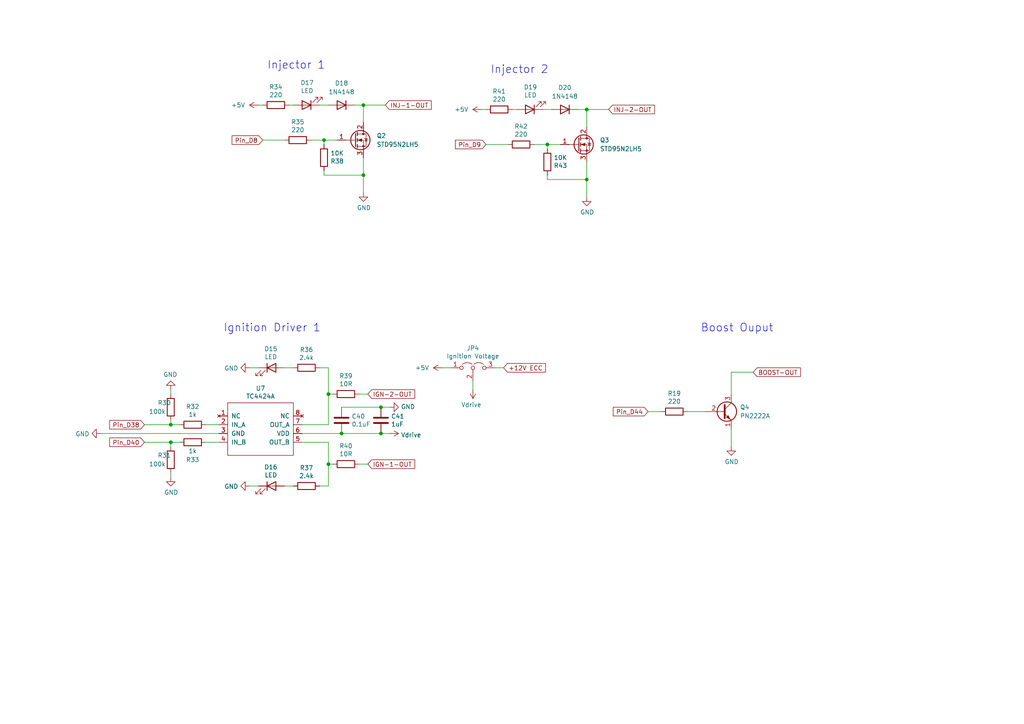
<source format=kicad_sch>
(kicad_sch (version 20211123) (generator eeschema)

  (uuid ce393ef2-911d-4737-bb62-4060d37c0a5e)

  (paper "A4")

  (lib_symbols
    (symbol "Device:C" (pin_numbers hide) (pin_names (offset 0.254)) (in_bom yes) (on_board yes)
      (property "Reference" "C" (id 0) (at 0.635 2.54 0)
        (effects (font (size 1.27 1.27)) (justify left))
      )
      (property "Value" "C" (id 1) (at 0.635 -2.54 0)
        (effects (font (size 1.27 1.27)) (justify left))
      )
      (property "Footprint" "" (id 2) (at 0.9652 -3.81 0)
        (effects (font (size 1.27 1.27)) hide)
      )
      (property "Datasheet" "~" (id 3) (at 0 0 0)
        (effects (font (size 1.27 1.27)) hide)
      )
      (property "ki_keywords" "cap capacitor" (id 4) (at 0 0 0)
        (effects (font (size 1.27 1.27)) hide)
      )
      (property "ki_description" "Unpolarized capacitor" (id 5) (at 0 0 0)
        (effects (font (size 1.27 1.27)) hide)
      )
      (property "ki_fp_filters" "C_*" (id 6) (at 0 0 0)
        (effects (font (size 1.27 1.27)) hide)
      )
      (symbol "C_0_1"
        (polyline
          (pts
            (xy -2.032 -0.762)
            (xy 2.032 -0.762)
          )
          (stroke (width 0.508) (type default) (color 0 0 0 0))
          (fill (type none))
        )
        (polyline
          (pts
            (xy -2.032 0.762)
            (xy 2.032 0.762)
          )
          (stroke (width 0.508) (type default) (color 0 0 0 0))
          (fill (type none))
        )
      )
      (symbol "C_1_1"
        (pin passive line (at 0 3.81 270) (length 2.794)
          (name "~" (effects (font (size 1.27 1.27))))
          (number "1" (effects (font (size 1.27 1.27))))
        )
        (pin passive line (at 0 -3.81 90) (length 2.794)
          (name "~" (effects (font (size 1.27 1.27))))
          (number "2" (effects (font (size 1.27 1.27))))
        )
      )
    )
    (symbol "Device:LED" (pin_numbers hide) (pin_names (offset 1.016) hide) (in_bom yes) (on_board yes)
      (property "Reference" "D" (id 0) (at 0 2.54 0)
        (effects (font (size 1.27 1.27)))
      )
      (property "Value" "LED" (id 1) (at 0 -2.54 0)
        (effects (font (size 1.27 1.27)))
      )
      (property "Footprint" "" (id 2) (at 0 0 0)
        (effects (font (size 1.27 1.27)) hide)
      )
      (property "Datasheet" "~" (id 3) (at 0 0 0)
        (effects (font (size 1.27 1.27)) hide)
      )
      (property "ki_keywords" "LED diode" (id 4) (at 0 0 0)
        (effects (font (size 1.27 1.27)) hide)
      )
      (property "ki_description" "Light emitting diode" (id 5) (at 0 0 0)
        (effects (font (size 1.27 1.27)) hide)
      )
      (property "ki_fp_filters" "LED* LED_SMD:* LED_THT:*" (id 6) (at 0 0 0)
        (effects (font (size 1.27 1.27)) hide)
      )
      (symbol "LED_0_1"
        (polyline
          (pts
            (xy -1.27 -1.27)
            (xy -1.27 1.27)
          )
          (stroke (width 0.254) (type default) (color 0 0 0 0))
          (fill (type none))
        )
        (polyline
          (pts
            (xy -1.27 0)
            (xy 1.27 0)
          )
          (stroke (width 0) (type default) (color 0 0 0 0))
          (fill (type none))
        )
        (polyline
          (pts
            (xy 1.27 -1.27)
            (xy 1.27 1.27)
            (xy -1.27 0)
            (xy 1.27 -1.27)
          )
          (stroke (width 0.254) (type default) (color 0 0 0 0))
          (fill (type none))
        )
        (polyline
          (pts
            (xy -3.048 -0.762)
            (xy -4.572 -2.286)
            (xy -3.81 -2.286)
            (xy -4.572 -2.286)
            (xy -4.572 -1.524)
          )
          (stroke (width 0) (type default) (color 0 0 0 0))
          (fill (type none))
        )
        (polyline
          (pts
            (xy -1.778 -0.762)
            (xy -3.302 -2.286)
            (xy -2.54 -2.286)
            (xy -3.302 -2.286)
            (xy -3.302 -1.524)
          )
          (stroke (width 0) (type default) (color 0 0 0 0))
          (fill (type none))
        )
      )
      (symbol "LED_1_1"
        (pin passive line (at -3.81 0 0) (length 2.54)
          (name "K" (effects (font (size 1.27 1.27))))
          (number "1" (effects (font (size 1.27 1.27))))
        )
        (pin passive line (at 3.81 0 180) (length 2.54)
          (name "A" (effects (font (size 1.27 1.27))))
          (number "2" (effects (font (size 1.27 1.27))))
        )
      )
    )
    (symbol "Device:R" (pin_numbers hide) (pin_names (offset 0)) (in_bom yes) (on_board yes)
      (property "Reference" "R" (id 0) (at 2.032 0 90)
        (effects (font (size 1.27 1.27)))
      )
      (property "Value" "R" (id 1) (at 0 0 90)
        (effects (font (size 1.27 1.27)))
      )
      (property "Footprint" "" (id 2) (at -1.778 0 90)
        (effects (font (size 1.27 1.27)) hide)
      )
      (property "Datasheet" "~" (id 3) (at 0 0 0)
        (effects (font (size 1.27 1.27)) hide)
      )
      (property "ki_keywords" "R res resistor" (id 4) (at 0 0 0)
        (effects (font (size 1.27 1.27)) hide)
      )
      (property "ki_description" "Resistor" (id 5) (at 0 0 0)
        (effects (font (size 1.27 1.27)) hide)
      )
      (property "ki_fp_filters" "R_*" (id 6) (at 0 0 0)
        (effects (font (size 1.27 1.27)) hide)
      )
      (symbol "R_0_1"
        (rectangle (start -1.016 -2.54) (end 1.016 2.54)
          (stroke (width 0.254) (type default) (color 0 0 0 0))
          (fill (type none))
        )
      )
      (symbol "R_1_1"
        (pin passive line (at 0 3.81 270) (length 1.27)
          (name "~" (effects (font (size 1.27 1.27))))
          (number "1" (effects (font (size 1.27 1.27))))
        )
        (pin passive line (at 0 -3.81 90) (length 1.27)
          (name "~" (effects (font (size 1.27 1.27))))
          (number "2" (effects (font (size 1.27 1.27))))
        )
      )
    )
    (symbol "Diode:1N4148" (pin_numbers hide) (pin_names (offset 1.016) hide) (in_bom yes) (on_board yes)
      (property "Reference" "D" (id 0) (at 0 2.54 0)
        (effects (font (size 1.27 1.27)))
      )
      (property "Value" "1N4148" (id 1) (at 0 -2.54 0)
        (effects (font (size 1.27 1.27)))
      )
      (property "Footprint" "Diode_THT:D_DO-35_SOD27_P7.62mm_Horizontal" (id 2) (at 0 -4.445 0)
        (effects (font (size 1.27 1.27)) hide)
      )
      (property "Datasheet" "https://assets.nexperia.com/documents/data-sheet/1N4148_1N4448.pdf" (id 3) (at 0 0 0)
        (effects (font (size 1.27 1.27)) hide)
      )
      (property "ki_keywords" "diode" (id 4) (at 0 0 0)
        (effects (font (size 1.27 1.27)) hide)
      )
      (property "ki_description" "100V 0.15A standard switching diode, DO-35" (id 5) (at 0 0 0)
        (effects (font (size 1.27 1.27)) hide)
      )
      (property "ki_fp_filters" "D*DO?35*" (id 6) (at 0 0 0)
        (effects (font (size 1.27 1.27)) hide)
      )
      (symbol "1N4148_0_1"
        (polyline
          (pts
            (xy -1.27 1.27)
            (xy -1.27 -1.27)
          )
          (stroke (width 0.254) (type default) (color 0 0 0 0))
          (fill (type none))
        )
        (polyline
          (pts
            (xy 1.27 0)
            (xy -1.27 0)
          )
          (stroke (width 0) (type default) (color 0 0 0 0))
          (fill (type none))
        )
        (polyline
          (pts
            (xy 1.27 1.27)
            (xy 1.27 -1.27)
            (xy -1.27 0)
            (xy 1.27 1.27)
          )
          (stroke (width 0.254) (type default) (color 0 0 0 0))
          (fill (type none))
        )
      )
      (symbol "1N4148_1_1"
        (pin passive line (at -3.81 0 0) (length 2.54)
          (name "K" (effects (font (size 1.27 1.27))))
          (number "1" (effects (font (size 1.27 1.27))))
        )
        (pin passive line (at 3.81 0 180) (length 2.54)
          (name "A" (effects (font (size 1.27 1.27))))
          (number "2" (effects (font (size 1.27 1.27))))
        )
      )
    )
    (symbol "IC_Automotive:TC4424A" (pin_names (offset 1.016)) (in_bom yes) (on_board yes)
      (property "Reference" "U" (id 0) (at -7.62 38.1 0)
        (effects (font (size 1.27 1.27)))
      )
      (property "Value" "IC_Automotive_TC4424A" (id 1) (at -15.24 38.1 0)
        (effects (font (size 1.27 1.27)))
      )
      (property "Footprint" "Package_SO:SOIC-8_3.9x4.9mm_P1.27mm" (id 2) (at -10.16 -11.43 0)
        (effects (font (size 1.27 1.27)) hide)
      )
      (property "Datasheet" "" (id 3) (at 0 0 0)
        (effects (font (size 1.27 1.27)) hide)
      )
      (symbol "TC4424A_0_1"
        (rectangle (start -25.4 36.83) (end -6.35 21.59)
          (stroke (width 0) (type default) (color 0 0 0 0))
          (fill (type none))
        )
      )
      (symbol "TC4424A_1_1"
        (pin no_connect line (at -27.94 33.02 0) (length 2.54)
          (name "NC" (effects (font (size 1.27 1.27))))
          (number "1" (effects (font (size 1.27 1.27))))
        )
        (pin input line (at -27.94 30.48 0) (length 2.54)
          (name "IN_A" (effects (font (size 1.27 1.27))))
          (number "2" (effects (font (size 1.27 1.27))))
        )
        (pin power_in line (at -27.94 27.94 0) (length 2.54)
          (name "GND" (effects (font (size 1.27 1.27))))
          (number "3" (effects (font (size 1.27 1.27))))
        )
        (pin input line (at -27.94 25.4 0) (length 2.54)
          (name "IN_B" (effects (font (size 1.27 1.27))))
          (number "4" (effects (font (size 1.27 1.27))))
        )
        (pin input line (at -3.81 25.4 180) (length 2.54)
          (name "OUT_B" (effects (font (size 1.27 1.27))))
          (number "5" (effects (font (size 1.27 1.27))))
        )
        (pin power_in line (at -3.81 27.94 180) (length 2.54)
          (name "VDD" (effects (font (size 1.27 1.27))))
          (number "6" (effects (font (size 1.27 1.27))))
        )
        (pin output line (at -3.81 30.48 180) (length 2.54)
          (name "OUT_A" (effects (font (size 1.27 1.27))))
          (number "7" (effects (font (size 1.27 1.27))))
        )
        (pin no_connect line (at -3.81 33.02 180) (length 2.54)
          (name "NC" (effects (font (size 1.27 1.27))))
          (number "8" (effects (font (size 1.27 1.27))))
        )
      )
    )
    (symbol "Jumper:Jumper_3_Open" (pin_names (offset 0) hide) (in_bom yes) (on_board yes)
      (property "Reference" "JP" (id 0) (at -2.54 -2.54 0)
        (effects (font (size 1.27 1.27)))
      )
      (property "Value" "Jumper_3_Open" (id 1) (at 0 2.794 0)
        (effects (font (size 1.27 1.27)))
      )
      (property "Footprint" "" (id 2) (at 0 0 0)
        (effects (font (size 1.27 1.27)) hide)
      )
      (property "Datasheet" "~" (id 3) (at 0 0 0)
        (effects (font (size 1.27 1.27)) hide)
      )
      (property "ki_keywords" "Jumper SPDT" (id 4) (at 0 0 0)
        (effects (font (size 1.27 1.27)) hide)
      )
      (property "ki_description" "Jumper, 3-pole, both open" (id 5) (at 0 0 0)
        (effects (font (size 1.27 1.27)) hide)
      )
      (property "ki_fp_filters" "Jumper* TestPoint*3Pads* TestPoint*Bridge*" (id 6) (at 0 0 0)
        (effects (font (size 1.27 1.27)) hide)
      )
      (symbol "Jumper_3_Open_0_0"
        (circle (center -3.302 0) (radius 0.508)
          (stroke (width 0) (type default) (color 0 0 0 0))
          (fill (type none))
        )
        (circle (center 0 0) (radius 0.508)
          (stroke (width 0) (type default) (color 0 0 0 0))
          (fill (type none))
        )
        (circle (center 3.302 0) (radius 0.508)
          (stroke (width 0) (type default) (color 0 0 0 0))
          (fill (type none))
        )
      )
      (symbol "Jumper_3_Open_0_1"
        (arc (start -0.254 1.016) (mid -1.651 1.4992) (end -3.048 1.016)
          (stroke (width 0) (type default) (color 0 0 0 0))
          (fill (type none))
        )
        (polyline
          (pts
            (xy 0 -0.508)
            (xy 0 -1.27)
          )
          (stroke (width 0) (type default) (color 0 0 0 0))
          (fill (type none))
        )
        (arc (start 3.048 1.016) (mid 1.651 1.4992) (end 0.254 1.016)
          (stroke (width 0) (type default) (color 0 0 0 0))
          (fill (type none))
        )
      )
      (symbol "Jumper_3_Open_1_1"
        (pin passive line (at -6.35 0 0) (length 2.54)
          (name "A" (effects (font (size 1.27 1.27))))
          (number "1" (effects (font (size 1.27 1.27))))
        )
        (pin passive line (at 0 -3.81 90) (length 2.54)
          (name "C" (effects (font (size 1.27 1.27))))
          (number "2" (effects (font (size 1.27 1.27))))
        )
        (pin passive line (at 6.35 0 180) (length 2.54)
          (name "B" (effects (font (size 1.27 1.27))))
          (number "3" (effects (font (size 1.27 1.27))))
        )
      )
    )
    (symbol "Transistor_BJT:PN2222A" (pin_names (offset 0) hide) (in_bom yes) (on_board yes)
      (property "Reference" "Q" (id 0) (at 5.08 1.905 0)
        (effects (font (size 1.27 1.27)) (justify left))
      )
      (property "Value" "PN2222A" (id 1) (at 5.08 0 0)
        (effects (font (size 1.27 1.27)) (justify left))
      )
      (property "Footprint" "Package_TO_SOT_THT:TO-92_Inline" (id 2) (at 5.08 -1.905 0)
        (effects (font (size 1.27 1.27) italic) (justify left) hide)
      )
      (property "Datasheet" "https://www.onsemi.com/pub/Collateral/PN2222-D.PDF" (id 3) (at 0 0 0)
        (effects (font (size 1.27 1.27)) (justify left) hide)
      )
      (property "ki_keywords" "NPN Transistor" (id 4) (at 0 0 0)
        (effects (font (size 1.27 1.27)) hide)
      )
      (property "ki_description" "1A Ic, 40V Vce, NPN Transistor, General Purpose Transistor, TO-92" (id 5) (at 0 0 0)
        (effects (font (size 1.27 1.27)) hide)
      )
      (property "ki_fp_filters" "TO?92*" (id 6) (at 0 0 0)
        (effects (font (size 1.27 1.27)) hide)
      )
      (symbol "PN2222A_0_1"
        (polyline
          (pts
            (xy 0 0)
            (xy 0.635 0)
          )
          (stroke (width 0) (type default) (color 0 0 0 0))
          (fill (type none))
        )
        (polyline
          (pts
            (xy 2.54 -2.54)
            (xy 0.635 -0.635)
          )
          (stroke (width 0) (type default) (color 0 0 0 0))
          (fill (type none))
        )
        (polyline
          (pts
            (xy 2.54 2.54)
            (xy 0.635 0.635)
          )
          (stroke (width 0) (type default) (color 0 0 0 0))
          (fill (type none))
        )
        (polyline
          (pts
            (xy 0.635 1.905)
            (xy 0.635 -1.905)
            (xy 0.635 -1.905)
          )
          (stroke (width 0.508) (type default) (color 0 0 0 0))
          (fill (type none))
        )
        (polyline
          (pts
            (xy 2.413 -2.413)
            (xy 1.905 -1.905)
            (xy 1.905 -1.905)
          )
          (stroke (width 0) (type default) (color 0 0 0 0))
          (fill (type none))
        )
        (polyline
          (pts
            (xy 1.143 -1.651)
            (xy 1.651 -1.143)
            (xy 2.159 -2.159)
            (xy 1.143 -1.651)
            (xy 1.143 -1.651)
          )
          (stroke (width 0) (type default) (color 0 0 0 0))
          (fill (type outline))
        )
        (circle (center 1.27 0) (radius 2.8194)
          (stroke (width 0.254) (type default) (color 0 0 0 0))
          (fill (type none))
        )
      )
      (symbol "PN2222A_1_1"
        (pin passive line (at 2.54 -5.08 90) (length 2.54)
          (name "E" (effects (font (size 1.27 1.27))))
          (number "1" (effects (font (size 1.27 1.27))))
        )
        (pin input line (at -5.08 0 0) (length 5.08)
          (name "B" (effects (font (size 1.27 1.27))))
          (number "2" (effects (font (size 1.27 1.27))))
        )
        (pin passive line (at 2.54 5.08 270) (length 2.54)
          (name "C" (effects (font (size 1.27 1.27))))
          (number "3" (effects (font (size 1.27 1.27))))
        )
      )
    )
    (symbol "Transistor_FET:IRLIZ44N" (pin_names hide) (in_bom yes) (on_board yes)
      (property "Reference" "Q" (id 0) (at 6.35 1.905 0)
        (effects (font (size 1.27 1.27)) (justify left))
      )
      (property "Value" "IRLIZ44N" (id 1) (at 6.35 0 0)
        (effects (font (size 1.27 1.27)) (justify left))
      )
      (property "Footprint" "Package_TO_SOT_THT:TO-220F-3_Vertical" (id 2) (at 6.35 -1.905 0)
        (effects (font (size 1.27 1.27) italic) (justify left) hide)
      )
      (property "Datasheet" "http://www.irf.com/product-info/datasheets/data/irliz44n.pdf" (id 3) (at 0 0 0)
        (effects (font (size 1.27 1.27)) (justify left) hide)
      )
      (property "ki_keywords" "N-Channel HEXFET MOSFET Logic-Level" (id 4) (at 0 0 0)
        (effects (font (size 1.27 1.27)) hide)
      )
      (property "ki_description" "30A Id, 55V Vds, 22mOhm Rds, N-Channel HEXFET Power MOSFET, TO-220AB" (id 5) (at 0 0 0)
        (effects (font (size 1.27 1.27)) hide)
      )
      (property "ki_fp_filters" "TO?220F*" (id 6) (at 0 0 0)
        (effects (font (size 1.27 1.27)) hide)
      )
      (symbol "IRLIZ44N_0_1"
        (polyline
          (pts
            (xy 0.254 0)
            (xy -2.54 0)
          )
          (stroke (width 0) (type default) (color 0 0 0 0))
          (fill (type none))
        )
        (polyline
          (pts
            (xy 0.254 1.905)
            (xy 0.254 -1.905)
          )
          (stroke (width 0.254) (type default) (color 0 0 0 0))
          (fill (type none))
        )
        (polyline
          (pts
            (xy 0.762 -1.27)
            (xy 0.762 -2.286)
          )
          (stroke (width 0.254) (type default) (color 0 0 0 0))
          (fill (type none))
        )
        (polyline
          (pts
            (xy 0.762 0.508)
            (xy 0.762 -0.508)
          )
          (stroke (width 0.254) (type default) (color 0 0 0 0))
          (fill (type none))
        )
        (polyline
          (pts
            (xy 0.762 2.286)
            (xy 0.762 1.27)
          )
          (stroke (width 0.254) (type default) (color 0 0 0 0))
          (fill (type none))
        )
        (polyline
          (pts
            (xy 2.54 2.54)
            (xy 2.54 1.778)
          )
          (stroke (width 0) (type default) (color 0 0 0 0))
          (fill (type none))
        )
        (polyline
          (pts
            (xy 2.54 -2.54)
            (xy 2.54 0)
            (xy 0.762 0)
          )
          (stroke (width 0) (type default) (color 0 0 0 0))
          (fill (type none))
        )
        (polyline
          (pts
            (xy 0.762 -1.778)
            (xy 3.302 -1.778)
            (xy 3.302 1.778)
            (xy 0.762 1.778)
          )
          (stroke (width 0) (type default) (color 0 0 0 0))
          (fill (type none))
        )
        (polyline
          (pts
            (xy 1.016 0)
            (xy 2.032 0.381)
            (xy 2.032 -0.381)
            (xy 1.016 0)
          )
          (stroke (width 0) (type default) (color 0 0 0 0))
          (fill (type outline))
        )
        (polyline
          (pts
            (xy 2.794 0.508)
            (xy 2.921 0.381)
            (xy 3.683 0.381)
            (xy 3.81 0.254)
          )
          (stroke (width 0) (type default) (color 0 0 0 0))
          (fill (type none))
        )
        (polyline
          (pts
            (xy 3.302 0.381)
            (xy 2.921 -0.254)
            (xy 3.683 -0.254)
            (xy 3.302 0.381)
          )
          (stroke (width 0) (type default) (color 0 0 0 0))
          (fill (type none))
        )
        (circle (center 1.651 0) (radius 2.794)
          (stroke (width 0.254) (type default) (color 0 0 0 0))
          (fill (type none))
        )
        (circle (center 2.54 -1.778) (radius 0.254)
          (stroke (width 0) (type default) (color 0 0 0 0))
          (fill (type outline))
        )
        (circle (center 2.54 1.778) (radius 0.254)
          (stroke (width 0) (type default) (color 0 0 0 0))
          (fill (type outline))
        )
      )
      (symbol "IRLIZ44N_1_1"
        (pin input line (at -5.08 0 0) (length 2.54)
          (name "G" (effects (font (size 1.27 1.27))))
          (number "1" (effects (font (size 1.27 1.27))))
        )
        (pin passive line (at 2.54 5.08 270) (length 2.54)
          (name "D" (effects (font (size 1.27 1.27))))
          (number "2" (effects (font (size 1.27 1.27))))
        )
        (pin passive line (at 2.54 -5.08 90) (length 2.54)
          (name "S" (effects (font (size 1.27 1.27))))
          (number "3" (effects (font (size 1.27 1.27))))
        )
      )
    )
    (symbol "power:+5V" (power) (pin_names (offset 0)) (in_bom yes) (on_board yes)
      (property "Reference" "#PWR" (id 0) (at 0 -3.81 0)
        (effects (font (size 1.27 1.27)) hide)
      )
      (property "Value" "+5V" (id 1) (at 0 3.556 0)
        (effects (font (size 1.27 1.27)))
      )
      (property "Footprint" "" (id 2) (at 0 0 0)
        (effects (font (size 1.27 1.27)) hide)
      )
      (property "Datasheet" "" (id 3) (at 0 0 0)
        (effects (font (size 1.27 1.27)) hide)
      )
      (property "ki_keywords" "global power" (id 4) (at 0 0 0)
        (effects (font (size 1.27 1.27)) hide)
      )
      (property "ki_description" "Power symbol creates a global label with name \"+5V\"" (id 5) (at 0 0 0)
        (effects (font (size 1.27 1.27)) hide)
      )
      (symbol "+5V_0_1"
        (polyline
          (pts
            (xy -0.762 1.27)
            (xy 0 2.54)
          )
          (stroke (width 0) (type default) (color 0 0 0 0))
          (fill (type none))
        )
        (polyline
          (pts
            (xy 0 0)
            (xy 0 2.54)
          )
          (stroke (width 0) (type default) (color 0 0 0 0))
          (fill (type none))
        )
        (polyline
          (pts
            (xy 0 2.54)
            (xy 0.762 1.27)
          )
          (stroke (width 0) (type default) (color 0 0 0 0))
          (fill (type none))
        )
      )
      (symbol "+5V_1_1"
        (pin power_in line (at 0 0 90) (length 0) hide
          (name "+5V" (effects (font (size 1.27 1.27))))
          (number "1" (effects (font (size 1.27 1.27))))
        )
      )
    )
    (symbol "power:GND" (power) (pin_names (offset 0)) (in_bom yes) (on_board yes)
      (property "Reference" "#PWR" (id 0) (at 0 -6.35 0)
        (effects (font (size 1.27 1.27)) hide)
      )
      (property "Value" "GND" (id 1) (at 0 -3.81 0)
        (effects (font (size 1.27 1.27)))
      )
      (property "Footprint" "" (id 2) (at 0 0 0)
        (effects (font (size 1.27 1.27)) hide)
      )
      (property "Datasheet" "" (id 3) (at 0 0 0)
        (effects (font (size 1.27 1.27)) hide)
      )
      (property "ki_keywords" "power-flag" (id 4) (at 0 0 0)
        (effects (font (size 1.27 1.27)) hide)
      )
      (property "ki_description" "Power symbol creates a global label with name \"GND\" , ground" (id 5) (at 0 0 0)
        (effects (font (size 1.27 1.27)) hide)
      )
      (symbol "GND_0_1"
        (polyline
          (pts
            (xy 0 0)
            (xy 0 -1.27)
            (xy 1.27 -1.27)
            (xy 0 -2.54)
            (xy -1.27 -1.27)
            (xy 0 -1.27)
          )
          (stroke (width 0) (type default) (color 0 0 0 0))
          (fill (type none))
        )
      )
      (symbol "GND_1_1"
        (pin power_in line (at 0 0 270) (length 0) hide
          (name "GND" (effects (font (size 1.27 1.27))))
          (number "1" (effects (font (size 1.27 1.27))))
        )
      )
    )
    (symbol "power:Vdrive" (power) (pin_names (offset 0)) (in_bom yes) (on_board yes)
      (property "Reference" "#PWR" (id 0) (at -5.08 -3.81 0)
        (effects (font (size 1.27 1.27)) hide)
      )
      (property "Value" "Vdrive" (id 1) (at 0 3.81 0)
        (effects (font (size 1.27 1.27)))
      )
      (property "Footprint" "" (id 2) (at 0 0 0)
        (effects (font (size 1.27 1.27)) hide)
      )
      (property "Datasheet" "" (id 3) (at 0 0 0)
        (effects (font (size 1.27 1.27)) hide)
      )
      (property "ki_keywords" "power-flag" (id 4) (at 0 0 0)
        (effects (font (size 1.27 1.27)) hide)
      )
      (property "ki_description" "Power symbol creates a global label with name \"Vdrive\"" (id 5) (at 0 0 0)
        (effects (font (size 1.27 1.27)) hide)
      )
      (symbol "Vdrive_0_1"
        (polyline
          (pts
            (xy -0.762 1.27)
            (xy 0 2.54)
          )
          (stroke (width 0) (type default) (color 0 0 0 0))
          (fill (type none))
        )
        (polyline
          (pts
            (xy 0 0)
            (xy 0 2.54)
          )
          (stroke (width 0) (type default) (color 0 0 0 0))
          (fill (type none))
        )
        (polyline
          (pts
            (xy 0 2.54)
            (xy 0.762 1.27)
          )
          (stroke (width 0) (type default) (color 0 0 0 0))
          (fill (type none))
        )
      )
      (symbol "Vdrive_1_1"
        (pin power_in line (at 0 0 90) (length 0) hide
          (name "Vdrive" (effects (font (size 1.27 1.27))))
          (number "1" (effects (font (size 1.27 1.27))))
        )
      )
    )
  )

  (junction (at 49.53 123.19) (diameter 0) (color 0 0 0 0)
    (uuid 025f3482-053b-4728-9808-23a3b5eb3661)
  )
  (junction (at 170.18 52.07) (diameter 0) (color 0 0 0 0)
    (uuid 0563ba62-bfe8-4dc9-863f-81ee5116074c)
  )
  (junction (at 170.18 31.75) (diameter 0) (color 0 0 0 0)
    (uuid 1b49d0f4-1d55-49b7-9e47-b1940a98c7cd)
  )
  (junction (at 93.98 40.64) (diameter 0) (color 0 0 0 0)
    (uuid 1eb3da3a-5c20-401b-b73e-84d9c6cb33ad)
  )
  (junction (at 105.41 50.8) (diameter 0) (color 0 0 0 0)
    (uuid 39e454b4-045c-4409-9055-d74a03c9bcd2)
  )
  (junction (at 95.25 134.62) (diameter 0) (color 0 0 0 0)
    (uuid 73735aee-f817-4021-8a8f-35c057c665bf)
  )
  (junction (at 95.25 114.3) (diameter 0) (color 0 0 0 0)
    (uuid 760f281c-9218-4408-a340-52b43a0ef845)
  )
  (junction (at 110.49 125.73) (diameter 0) (color 0 0 0 0)
    (uuid 8d03c9f6-d3ed-47ab-8345-af71f4d66987)
  )
  (junction (at 158.75 41.91) (diameter 0) (color 0 0 0 0)
    (uuid 96533c62-8b6e-4025-a946-7b8759123c12)
  )
  (junction (at 99.06 125.73) (diameter 0) (color 0 0 0 0)
    (uuid ae911856-512a-421d-b283-64df6635efd5)
  )
  (junction (at 110.49 118.11) (diameter 0) (color 0 0 0 0)
    (uuid b5ce8550-ba5b-40a5-824c-025712f4f3dc)
  )
  (junction (at 105.41 30.48) (diameter 0) (color 0 0 0 0)
    (uuid cfd28943-a15d-453d-a8e7-63fea6494df6)
  )
  (junction (at 49.53 128.27) (diameter 0) (color 0 0 0 0)
    (uuid e29e6f6f-125c-4ca5-b43b-858e71bca30e)
  )

  (wire (pts (xy 137.16 113.03) (xy 137.16 110.49))
    (stroke (width 0) (type default) (color 0 0 0 0))
    (uuid 00382956-f31a-4da6-9c0a-0620cae76c07)
  )
  (wire (pts (xy 99.06 125.73) (xy 87.63 125.73))
    (stroke (width 0) (type default) (color 0 0 0 0))
    (uuid 04043ec6-85e8-4d24-9076-09d4912ee336)
  )
  (wire (pts (xy 92.71 30.48) (xy 95.25 30.48))
    (stroke (width 0) (type default) (color 0 0 0 0))
    (uuid 042b47e5-b142-4eea-b7bf-3a83e7cc0007)
  )
  (wire (pts (xy 104.14 114.3) (xy 106.68 114.3))
    (stroke (width 0) (type default) (color 0 0 0 0))
    (uuid 05dfd9b0-b256-4c2f-969b-8ca0a9840717)
  )
  (wire (pts (xy 90.17 40.64) (xy 93.98 40.64))
    (stroke (width 0) (type default) (color 0 0 0 0))
    (uuid 07883007-e66a-4d69-9dfa-5eee981f056b)
  )
  (wire (pts (xy 139.7 31.75) (xy 140.97 31.75))
    (stroke (width 0) (type default) (color 0 0 0 0))
    (uuid 088dc420-6cf2-4550-9f49-6fb8cf010b92)
  )
  (wire (pts (xy 105.41 30.48) (xy 111.76 30.48))
    (stroke (width 0) (type default) (color 0 0 0 0))
    (uuid 0a93cfba-c642-4b16-9a10-579254fe7518)
  )
  (wire (pts (xy 93.98 40.64) (xy 97.79 40.64))
    (stroke (width 0) (type default) (color 0 0 0 0))
    (uuid 0b271885-d9db-4a90-bcbf-cc805e1451d8)
  )
  (wire (pts (xy 158.75 52.07) (xy 158.75 50.8))
    (stroke (width 0) (type default) (color 0 0 0 0))
    (uuid 0bc28d72-cf69-444b-8a84-646280703466)
  )
  (wire (pts (xy 187.96 119.38) (xy 191.77 119.38))
    (stroke (width 0) (type default) (color 0 0 0 0))
    (uuid 0fbcd9dd-c3aa-416e-b10b-285494861fb0)
  )
  (wire (pts (xy 158.75 52.07) (xy 170.18 52.07))
    (stroke (width 0) (type default) (color 0 0 0 0))
    (uuid 100abcf2-23a1-4ed7-804a-d4240c3e6e56)
  )
  (wire (pts (xy 110.49 125.73) (xy 99.06 125.73))
    (stroke (width 0) (type default) (color 0 0 0 0))
    (uuid 1be07fc0-ca56-4768-8617-e25d43389bd0)
  )
  (wire (pts (xy 59.69 128.27) (xy 63.5 128.27))
    (stroke (width 0) (type default) (color 0 0 0 0))
    (uuid 1d6bd965-043c-4a37-a623-0066cc205708)
  )
  (wire (pts (xy 212.09 114.3) (xy 212.09 107.95))
    (stroke (width 0) (type default) (color 0 0 0 0))
    (uuid 1f0a2fb3-e271-4d23-bc30-f066db7a5e52)
  )
  (wire (pts (xy 154.94 41.91) (xy 158.75 41.91))
    (stroke (width 0) (type default) (color 0 0 0 0))
    (uuid 228fa15c-4d23-4bd7-877a-9467f3b4c00a)
  )
  (wire (pts (xy 72.39 140.97) (xy 74.93 140.97))
    (stroke (width 0) (type default) (color 0 0 0 0))
    (uuid 2a3d9f23-59f8-45e0-949f-4d56d9dede72)
  )
  (wire (pts (xy 49.53 114.3) (xy 49.53 113.03))
    (stroke (width 0) (type default) (color 0 0 0 0))
    (uuid 2d2284bc-bf2f-4203-a54c-fd417aa7cee3)
  )
  (wire (pts (xy 212.09 124.46) (xy 212.09 129.54))
    (stroke (width 0) (type default) (color 0 0 0 0))
    (uuid 2f29b7ac-6ae2-4dba-a513-b2e5b12773c6)
  )
  (wire (pts (xy 96.52 114.3) (xy 95.25 114.3))
    (stroke (width 0) (type default) (color 0 0 0 0))
    (uuid 32be2062-b6cf-418e-bb7e-94cc9abe6c84)
  )
  (wire (pts (xy 82.55 140.97) (xy 85.09 140.97))
    (stroke (width 0) (type default) (color 0 0 0 0))
    (uuid 341227dd-7a43-4daa-a276-1432e95df462)
  )
  (wire (pts (xy 41.91 123.19) (xy 49.53 123.19))
    (stroke (width 0) (type default) (color 0 0 0 0))
    (uuid 34a953e9-ce64-4b0f-a28d-70a599106a42)
  )
  (wire (pts (xy 199.39 119.38) (xy 204.47 119.38))
    (stroke (width 0) (type default) (color 0 0 0 0))
    (uuid 373bbb74-4658-4bb8-8799-af5d0d3c9ebf)
  )
  (wire (pts (xy 143.51 106.68) (xy 146.05 106.68))
    (stroke (width 0) (type default) (color 0 0 0 0))
    (uuid 37bad679-d316-473d-b546-fe823a3b3470)
  )
  (wire (pts (xy 170.18 31.75) (xy 176.53 31.75))
    (stroke (width 0) (type default) (color 0 0 0 0))
    (uuid 38022855-198f-4819-b1c2-6595cb2d59ba)
  )
  (wire (pts (xy 102.87 30.48) (xy 105.41 30.48))
    (stroke (width 0) (type default) (color 0 0 0 0))
    (uuid 43ffdb7d-52d7-4997-a8cc-52221197efdb)
  )
  (wire (pts (xy 158.75 41.91) (xy 158.75 43.18))
    (stroke (width 0) (type default) (color 0 0 0 0))
    (uuid 5e8847d1-cff3-4738-befd-23d09ebf44b3)
  )
  (wire (pts (xy 167.64 31.75) (xy 170.18 31.75))
    (stroke (width 0) (type default) (color 0 0 0 0))
    (uuid 63a8b7f9-7d48-4b17-ab9a-3a216b680780)
  )
  (wire (pts (xy 95.25 106.68) (xy 95.25 114.3))
    (stroke (width 0) (type default) (color 0 0 0 0))
    (uuid 64926dc1-e228-4a99-8a37-029e553d963d)
  )
  (wire (pts (xy 49.53 121.92) (xy 49.53 123.19))
    (stroke (width 0) (type default) (color 0 0 0 0))
    (uuid 67911af6-1a0d-4727-8aed-c73e6464fab0)
  )
  (wire (pts (xy 95.25 123.19) (xy 87.63 123.19))
    (stroke (width 0) (type default) (color 0 0 0 0))
    (uuid 70349590-4701-47ec-a0a4-078de42f9f9e)
  )
  (wire (pts (xy 148.59 31.75) (xy 149.86 31.75))
    (stroke (width 0) (type default) (color 0 0 0 0))
    (uuid 72413e96-1421-46ee-aa68-c7d9a6327446)
  )
  (wire (pts (xy 105.41 55.88) (xy 105.41 50.8))
    (stroke (width 0) (type default) (color 0 0 0 0))
    (uuid 739b8e78-a41d-4faf-9bb0-ddf671feb64d)
  )
  (wire (pts (xy 93.98 50.8) (xy 93.98 49.53))
    (stroke (width 0) (type default) (color 0 0 0 0))
    (uuid 77ef1d94-6ca7-4982-ad8b-6dbe51926cd0)
  )
  (wire (pts (xy 95.25 128.27) (xy 87.63 128.27))
    (stroke (width 0) (type default) (color 0 0 0 0))
    (uuid 78eb790e-28f7-4aa1-8629-41ce38240891)
  )
  (wire (pts (xy 170.18 46.99) (xy 170.18 52.07))
    (stroke (width 0) (type default) (color 0 0 0 0))
    (uuid 7b57b1be-8c51-4e6c-9bf8-3b43bc6b7da5)
  )
  (wire (pts (xy 113.03 125.73) (xy 110.49 125.73))
    (stroke (width 0) (type default) (color 0 0 0 0))
    (uuid 80de00d4-9d57-4560-9504-710bf88f2eb5)
  )
  (wire (pts (xy 93.98 40.64) (xy 93.98 41.91))
    (stroke (width 0) (type default) (color 0 0 0 0))
    (uuid 880ffaa4-7f0c-444c-986d-2dc960bdd91c)
  )
  (wire (pts (xy 72.39 106.68) (xy 74.93 106.68))
    (stroke (width 0) (type default) (color 0 0 0 0))
    (uuid 8cc38c01-2074-40f0-8045-8387d1aee1af)
  )
  (wire (pts (xy 63.5 125.73) (xy 29.21 125.73))
    (stroke (width 0) (type default) (color 0 0 0 0))
    (uuid 8d11d551-c450-4088-ab8e-8258ead55fd0)
  )
  (wire (pts (xy 93.98 50.8) (xy 105.41 50.8))
    (stroke (width 0) (type default) (color 0 0 0 0))
    (uuid 98b6eb95-6e0f-46a6-a84f-4d532eff9e34)
  )
  (wire (pts (xy 157.48 31.75) (xy 160.02 31.75))
    (stroke (width 0) (type default) (color 0 0 0 0))
    (uuid 98ba554a-2aaf-4700-8f86-6217f1a679e4)
  )
  (wire (pts (xy 170.18 31.75) (xy 170.18 36.83))
    (stroke (width 0) (type default) (color 0 0 0 0))
    (uuid 98fdce30-d2ba-40af-be46-c31188bcd8df)
  )
  (wire (pts (xy 95.25 140.97) (xy 95.25 134.62))
    (stroke (width 0) (type default) (color 0 0 0 0))
    (uuid 9a255d90-5f02-4c22-ac0c-3eb8f6e72385)
  )
  (wire (pts (xy 52.07 128.27) (xy 49.53 128.27))
    (stroke (width 0) (type default) (color 0 0 0 0))
    (uuid 9f1b8547-70e1-4403-b81d-2e01002abca5)
  )
  (wire (pts (xy 158.75 41.91) (xy 162.56 41.91))
    (stroke (width 0) (type default) (color 0 0 0 0))
    (uuid a715fcd6-f5d7-4576-9a14-7f40ced91968)
  )
  (wire (pts (xy 170.18 57.15) (xy 170.18 52.07))
    (stroke (width 0) (type default) (color 0 0 0 0))
    (uuid acb08aeb-c2dc-4094-9a3c-12b354dec8c0)
  )
  (wire (pts (xy 96.52 134.62) (xy 95.25 134.62))
    (stroke (width 0) (type default) (color 0 0 0 0))
    (uuid b07b9884-80e7-42f3-a543-3fc27dccd22d)
  )
  (wire (pts (xy 212.09 107.95) (xy 218.44 107.95))
    (stroke (width 0) (type default) (color 0 0 0 0))
    (uuid b91ba695-5d33-4927-9d3c-d415259fba4c)
  )
  (wire (pts (xy 105.41 30.48) (xy 105.41 35.56))
    (stroke (width 0) (type default) (color 0 0 0 0))
    (uuid b9709ac2-7d46-4ff2-a014-0409ccae4c63)
  )
  (wire (pts (xy 82.55 106.68) (xy 85.09 106.68))
    (stroke (width 0) (type default) (color 0 0 0 0))
    (uuid be0f0690-8fac-4256-a4df-965d9bb2c5f9)
  )
  (wire (pts (xy 92.71 106.68) (xy 95.25 106.68))
    (stroke (width 0) (type default) (color 0 0 0 0))
    (uuid be5625d8-2a18-4774-9c16-0eb5155d5211)
  )
  (wire (pts (xy 140.97 41.91) (xy 147.32 41.91))
    (stroke (width 0) (type default) (color 0 0 0 0))
    (uuid c1bb9556-1b7a-449b-9729-ffedc4c1b193)
  )
  (wire (pts (xy 74.93 30.48) (xy 76.2 30.48))
    (stroke (width 0) (type default) (color 0 0 0 0))
    (uuid c21c854e-c9f6-4c59-82b1-0757f00f4d9a)
  )
  (wire (pts (xy 95.25 114.3) (xy 95.25 123.19))
    (stroke (width 0) (type default) (color 0 0 0 0))
    (uuid c4523c4e-3476-4411-8b8e-e33e2080e94d)
  )
  (wire (pts (xy 59.69 123.19) (xy 63.5 123.19))
    (stroke (width 0) (type default) (color 0 0 0 0))
    (uuid c4b80259-c4ad-4c54-8ebe-5768d14cce96)
  )
  (wire (pts (xy 49.53 123.19) (xy 52.07 123.19))
    (stroke (width 0) (type default) (color 0 0 0 0))
    (uuid c57a66b1-f344-4a8e-8c3f-f5d7814ef8c4)
  )
  (wire (pts (xy 49.53 128.27) (xy 49.53 129.54))
    (stroke (width 0) (type default) (color 0 0 0 0))
    (uuid c69801f2-0381-4898-8df3-92a0200b4466)
  )
  (wire (pts (xy 113.03 118.11) (xy 110.49 118.11))
    (stroke (width 0) (type default) (color 0 0 0 0))
    (uuid cd3c4966-a204-4652-86ed-fac8910d7041)
  )
  (wire (pts (xy 83.82 30.48) (xy 85.09 30.48))
    (stroke (width 0) (type default) (color 0 0 0 0))
    (uuid ce9e4e1d-439e-4b7e-996a-0059d494a84c)
  )
  (wire (pts (xy 41.91 128.27) (xy 49.53 128.27))
    (stroke (width 0) (type default) (color 0 0 0 0))
    (uuid d2c91544-b1e9-46ed-b3cf-bd29647c6a1c)
  )
  (wire (pts (xy 104.14 134.62) (xy 106.68 134.62))
    (stroke (width 0) (type default) (color 0 0 0 0))
    (uuid d9ecdb7c-1ee5-44f8-b2c7-02690d9a35e2)
  )
  (wire (pts (xy 92.71 140.97) (xy 95.25 140.97))
    (stroke (width 0) (type default) (color 0 0 0 0))
    (uuid e5b07e91-7c77-4c5e-bf44-61520b8f5a32)
  )
  (wire (pts (xy 95.25 134.62) (xy 95.25 128.27))
    (stroke (width 0) (type default) (color 0 0 0 0))
    (uuid e6acc7b9-7bdd-4463-b655-9aceff6aac05)
  )
  (wire (pts (xy 105.41 45.72) (xy 105.41 50.8))
    (stroke (width 0) (type default) (color 0 0 0 0))
    (uuid e99ccac6-e5fc-40ad-aa51-1732f18b894c)
  )
  (wire (pts (xy 76.2 40.64) (xy 82.55 40.64))
    (stroke (width 0) (type default) (color 0 0 0 0))
    (uuid ea4464cc-d541-488d-b257-dafa50c3994b)
  )
  (wire (pts (xy 49.53 138.43) (xy 49.53 137.16))
    (stroke (width 0) (type default) (color 0 0 0 0))
    (uuid eff0ddbe-7d16-48ec-815a-bd8d3922c3a6)
  )
  (wire (pts (xy 110.49 118.11) (xy 99.06 118.11))
    (stroke (width 0) (type default) (color 0 0 0 0))
    (uuid f8071c8f-916a-4dfe-a48a-5bb655d80b8f)
  )
  (wire (pts (xy 130.81 106.68) (xy 128.27 106.68))
    (stroke (width 0) (type default) (color 0 0 0 0))
    (uuid f9ac1edc-c299-4706-bf8d-8f0bf1df6b71)
  )

  (text "Ignition Driver 1" (at 64.77 96.52 0)
    (effects (font (size 2.2606 2.2606)) (justify left bottom))
    (uuid 2f65b7f9-ff0b-49ee-a064-fbe86db44c35)
  )
  (text "Boost Ouput" (at 203.2 96.52 0)
    (effects (font (size 2.2606 2.2606)) (justify left bottom))
    (uuid 35854275-240f-49a1-9d39-2c5986b4ebba)
  )
  (text "Injector 1" (at 77.47 20.32 0)
    (effects (font (size 2.2606 2.2606)) (justify left bottom))
    (uuid b54e0f9d-edab-46bb-a7fe-cd0255f78954)
  )
  (text "Injector 2" (at 142.24 21.59 0)
    (effects (font (size 2.2606 2.2606)) (justify left bottom))
    (uuid d15f8717-8e45-4a3e-8bfd-a640ae366b14)
  )

  (global_label "Pin_D40" (shape input) (at 41.91 128.27 180) (fields_autoplaced)
    (effects (font (size 1.27 1.27)) (justify right))
    (uuid 0bea9f19-970d-4bee-8c74-6c8200d381ea)
    (property "Intersheet References" "${INTERSHEET_REFS}" (id 0) (at 31.8164 128.1906 0)
      (effects (font (size 1.27 1.27)) (justify right) hide)
    )
  )
  (global_label "IGN-2-OUT" (shape input) (at 106.68 114.3 0) (fields_autoplaced)
    (effects (font (size 1.27 1.27)) (justify left))
    (uuid 38d01a4b-62e7-4ca3-aabd-5c14d139e727)
    (property "Intersheet References" "${INTERSHEET_REFS}" (id 0) (at -13.97 -12.7 0)
      (effects (font (size 1.27 1.27)) hide)
    )
  )
  (global_label "INJ-1-OUT" (shape input) (at 111.76 30.48 0) (fields_autoplaced)
    (effects (font (size 1.27 1.27)) (justify left))
    (uuid 3bc63496-7db7-46a9-a8e5-5115358b244d)
    (property "Intersheet References" "${INTERSHEET_REFS}" (id 0) (at 125.0588 30.4006 0)
      (effects (font (size 1.27 1.27)) (justify left) hide)
    )
  )
  (global_label "Pin_D9" (shape input) (at 140.97 41.91 180) (fields_autoplaced)
    (effects (font (size 1.27 1.27)) (justify right))
    (uuid 62f15800-38d2-4d10-982d-a5df421d18b7)
    (property "Intersheet References" "${INTERSHEET_REFS}" (id 0) (at 132.0859 41.8306 0)
      (effects (font (size 1.27 1.27)) (justify right) hide)
    )
  )
  (global_label "INJ-2-OUT" (shape input) (at 176.53 31.75 0) (fields_autoplaced)
    (effects (font (size 1.27 1.27)) (justify left))
    (uuid 65fef4bf-bdbe-4a1a-9052-97c2e6d42ac5)
    (property "Intersheet References" "${INTERSHEET_REFS}" (id 0) (at 189.8288 31.6706 0)
      (effects (font (size 1.27 1.27)) (justify left) hide)
    )
  )
  (global_label "Pin_D38" (shape input) (at 41.91 123.19 180) (fields_autoplaced)
    (effects (font (size 1.27 1.27)) (justify right))
    (uuid 7c710c61-57e9-457d-b100-07c938b34945)
    (property "Intersheet References" "${INTERSHEET_REFS}" (id 0) (at 31.8164 123.1106 0)
      (effects (font (size 1.27 1.27)) (justify right) hide)
    )
  )
  (global_label "+12V ECC" (shape input) (at 146.05 106.68 0) (fields_autoplaced)
    (effects (font (size 1.27 1.27)) (justify left))
    (uuid 9e2b764c-0d7b-43c1-9ea3-284e9dac566f)
    (property "Intersheet References" "${INTERSHEET_REFS}" (id 0) (at 158.1998 106.6006 0)
      (effects (font (size 1.27 1.27)) (justify left) hide)
    )
  )
  (global_label "IGN-1-OUT" (shape input) (at 106.68 134.62 0) (fields_autoplaced)
    (effects (font (size 1.27 1.27)) (justify left))
    (uuid ab5bf2cb-edf0-42ab-9a95-b3ed7c90c557)
    (property "Intersheet References" "${INTERSHEET_REFS}" (id 0) (at 120.2812 134.5406 0)
      (effects (font (size 1.27 1.27)) (justify left) hide)
    )
  )
  (global_label "Pin_D44" (shape input) (at 187.96 119.38 180) (fields_autoplaced)
    (effects (font (size 1.27 1.27)) (justify right))
    (uuid b8f30ab8-7bd2-4102-ba1e-18006bbc81a6)
    (property "Intersheet References" "${INTERSHEET_REFS}" (id 0) (at 177.8664 119.3006 0)
      (effects (font (size 1.27 1.27)) (justify right) hide)
    )
  )
  (global_label "BOOST-OUT" (shape input) (at 218.44 107.95 0) (fields_autoplaced)
    (effects (font (size 1.27 1.27)) (justify left))
    (uuid e8a23025-57e3-4b55-b24f-6631cdfaca6f)
    (property "Intersheet References" "${INTERSHEET_REFS}" (id 0) (at 232.1621 107.8706 0)
      (effects (font (size 1.27 1.27)) (justify left) hide)
    )
  )
  (global_label "Pin_D8" (shape input) (at 76.2 40.64 180) (fields_autoplaced)
    (effects (font (size 1.27 1.27)) (justify right))
    (uuid ef6a34a7-fbee-4c31-8fb6-7e8a35927e20)
    (property "Intersheet References" "${INTERSHEET_REFS}" (id 0) (at 67.3159 40.5606 0)
      (effects (font (size 1.27 1.27)) (justify right) hide)
    )
  )

  (symbol (lib_id "Device:R") (at 80.01 30.48 270) (unit 1)
    (in_bom yes) (on_board yes)
    (uuid 033cfbe3-3924-4420-8982-318d630cc03f)
    (property "Reference" "R34" (id 0) (at 80.01 25.2222 90))
    (property "Value" "220" (id 1) (at 80.01 27.5336 90))
    (property "Footprint" "Resistor_SMD:R_0805_2012Metric" (id 2) (at 80.01 28.702 90)
      (effects (font (size 1.27 1.27)) hide)
    )
    (property "Datasheet" "" (id 3) (at 80.01 30.48 0)
      (effects (font (size 1.27 1.27)) hide)
    )
    (property "Digikey Part Number" "" (id 4) (at -8.89 -55.88 0)
      (effects (font (size 1.27 1.27)) hide)
    )
    (property "Manufacturer_Name" "" (id 5) (at -8.89 -55.88 0)
      (effects (font (size 1.27 1.27)) hide)
    )
    (property "Manufacturer_Part_Number" "" (id 6) (at -8.89 -55.88 0)
      (effects (font (size 1.27 1.27)) hide)
    )
    (property "URL" "" (id 7) (at -8.89 -55.88 0)
      (effects (font (size 1.27 1.27)) hide)
    )
    (property "LCSC Part Number" "C114519" (id 8) (at 80.01 30.48 0)
      (effects (font (size 1.27 1.27)) hide)
    )
    (pin "1" (uuid 51bb4eca-3ee3-4477-9520-954bc54f2906))
    (pin "2" (uuid 691998e2-3b1b-4825-bd16-5327032b8584))
  )

  (symbol (lib_id "Transistor_BJT:PN2222A") (at 209.55 119.38 0) (unit 1)
    (in_bom yes) (on_board yes) (fields_autoplaced)
    (uuid 07d9fe02-bae8-4213-bab8-c1a39e33c055)
    (property "Reference" "Q4" (id 0) (at 214.63 118.1099 0)
      (effects (font (size 1.27 1.27)) (justify left))
    )
    (property "Value" "PN2222A" (id 1) (at 214.63 120.6499 0)
      (effects (font (size 1.27 1.27)) (justify left))
    )
    (property "Footprint" "Package_TO_SOT_SMD:SOT-23" (id 2) (at 214.63 121.285 0)
      (effects (font (size 1.27 1.27) italic) (justify left) hide)
    )
    (property "Datasheet" "" (id 3) (at 209.55 119.38 0)
      (effects (font (size 1.27 1.27)) (justify left) hide)
    )
    (property "LCSC Part Number" "C80781" (id 4) (at 209.55 119.38 0)
      (effects (font (size 1.27 1.27)) hide)
    )
    (pin "1" (uuid 0f1f8779-8428-4f23-b763-c4e3d4f07cab))
    (pin "2" (uuid 53d31bb9-3bdf-42e1-971c-fb402de8cfc2))
    (pin "3" (uuid a1c10d77-548c-46cc-b20c-85ebe3245903))
  )

  (symbol (lib_id "Transistor_FET:IRLIZ44N") (at 167.64 41.91 0) (unit 1)
    (in_bom yes) (on_board yes) (fields_autoplaced)
    (uuid 0b41dd6b-a23a-483f-9c0a-39cf12796403)
    (property "Reference" "Q3" (id 0) (at 173.99 40.6399 0)
      (effects (font (size 1.27 1.27)) (justify left))
    )
    (property "Value" "STD95N2LH5" (id 1) (at 173.99 43.1799 0)
      (effects (font (size 1.27 1.27)) (justify left))
    )
    (property "Footprint" "Package_TO_SOT_SMD:TO-252-3_TabPin2" (id 2) (at 173.99 43.815 0)
      (effects (font (size 1.27 1.27) italic) (justify left) hide)
    )
    (property "Datasheet" "" (id 3) (at 167.64 41.91 0)
      (effects (font (size 1.27 1.27)) (justify left) hide)
    )
    (property "Manufacturer_Part_Number" "" (id 4) (at 167.64 41.91 0)
      (effects (font (size 1.27 1.27)) hide)
    )
    (property "Digikey Part Number" "" (id 5) (at 167.64 41.91 0)
      (effects (font (size 1.27 1.27)) hide)
    )
    (property "Manufacturer_Name" "" (id 6) (at 167.64 41.91 0)
      (effects (font (size 1.27 1.27)) hide)
    )
    (property "LCSC Part Number" "C155647" (id 7) (at 167.64 41.91 0)
      (effects (font (size 1.27 1.27)) hide)
    )
    (pin "1" (uuid d3bf8ad6-1346-4871-8ca0-f306fc2bb7d5))
    (pin "2" (uuid 9beade79-eddb-4884-ba60-e933138e0182))
    (pin "3" (uuid fa2a6c5c-7e3b-48bd-9678-b60da5169ed2))
  )

  (symbol (lib_id "Device:LED") (at 78.74 140.97 0) (unit 1)
    (in_bom yes) (on_board yes)
    (uuid 1b8c933c-02cf-4595-850a-dc07de41a0f2)
    (property "Reference" "D16" (id 0) (at 78.5622 135.4836 0))
    (property "Value" "LED" (id 1) (at 78.5622 137.795 0))
    (property "Footprint" "LED_SMD:LED_0805_2012Metric" (id 2) (at 78.74 140.97 0)
      (effects (font (size 1.27 1.27)) hide)
    )
    (property "Datasheet" "" (id 3) (at 78.74 140.97 0)
      (effects (font (size 1.27 1.27)) hide)
    )
    (property "Digikey Part Number" "" (id 4) (at -13.97 294.64 0)
      (effects (font (size 1.27 1.27)) hide)
    )
    (property "Manufacturer_Name" "" (id 5) (at -13.97 294.64 0)
      (effects (font (size 1.27 1.27)) hide)
    )
    (property "Manufacturer_Part_Number" "" (id 6) (at -13.97 294.64 0)
      (effects (font (size 1.27 1.27)) hide)
    )
    (property "URL" "" (id 7) (at -13.97 294.64 0)
      (effects (font (size 1.27 1.27)) hide)
    )
    (property "LCSC Part Number" "C84256" (id 8) (at 78.74 140.97 0)
      (effects (font (size 1.27 1.27)) hide)
    )
    (pin "1" (uuid 1b8f3cde-8011-435e-8f52-8b83b72d2d24))
    (pin "2" (uuid 19626143-cd08-4014-b05a-ada203ab98bb))
  )

  (symbol (lib_id "Device:R") (at 158.75 46.99 180) (unit 1)
    (in_bom yes) (on_board yes)
    (uuid 22aafa4c-0757-4071-bf30-970317dd72a7)
    (property "Reference" "R43" (id 0) (at 162.56 48.0314 0))
    (property "Value" "10K" (id 1) (at 162.56 45.72 0))
    (property "Footprint" "Resistor_SMD:R_0805_2012Metric" (id 2) (at 160.528 46.99 90)
      (effects (font (size 1.27 1.27)) hide)
    )
    (property "Datasheet" "" (id 3) (at 158.75 46.99 0)
      (effects (font (size 1.27 1.27)) hide)
    )
    (property "Digikey Part Number" "" (id 4) (at 245.11 -41.91 0)
      (effects (font (size 1.27 1.27)) hide)
    )
    (property "Manufacturer_Name" "" (id 5) (at 245.11 -41.91 0)
      (effects (font (size 1.27 1.27)) hide)
    )
    (property "Manufacturer_Part_Number" "" (id 6) (at 245.11 -41.91 0)
      (effects (font (size 1.27 1.27)) hide)
    )
    (property "URL" "" (id 7) (at 245.11 -41.91 0)
      (effects (font (size 1.27 1.27)) hide)
    )
    (property "LCSC Part Number" "C416062" (id 8) (at 158.75 46.99 0)
      (effects (font (size 1.27 1.27)) hide)
    )
    (pin "1" (uuid 94aed21d-1df4-406b-9813-c942186ebbd1))
    (pin "2" (uuid 27fae5ca-dd11-47fc-96d4-ac558dae1061))
  )

  (symbol (lib_id "Device:C") (at 110.49 121.92 0) (unit 1)
    (in_bom yes) (on_board yes)
    (uuid 31ae1bce-6a87-40aa-a975-c6d4da0609b9)
    (property "Reference" "C41" (id 0) (at 113.411 120.7516 0)
      (effects (font (size 1.27 1.27)) (justify left))
    )
    (property "Value" "1uF" (id 1) (at 113.411 123.063 0)
      (effects (font (size 1.27 1.27)) (justify left))
    )
    (property "Footprint" "Capacitor_SMD:C_0805_2012Metric" (id 2) (at 111.4552 125.73 0)
      (effects (font (size 1.27 1.27)) hide)
    )
    (property "Datasheet" "" (id 3) (at 110.49 121.92 0)
      (effects (font (size 1.27 1.27)) hide)
    )
    (property "Digikey Part Number" "" (id 4) (at -13.97 256.54 0)
      (effects (font (size 1.27 1.27)) hide)
    )
    (property "Manufacturer_Name" "" (id 5) (at -13.97 256.54 0)
      (effects (font (size 1.27 1.27)) hide)
    )
    (property "Manufacturer_Part_Number" "" (id 6) (at -13.97 256.54 0)
      (effects (font (size 1.27 1.27)) hide)
    )
    (property "URL" "" (id 7) (at -13.97 256.54 0)
      (effects (font (size 1.27 1.27)) hide)
    )
    (property "LCSC Part Number" "C105952" (id 8) (at 110.49 121.92 0)
      (effects (font (size 1.27 1.27)) hide)
    )
    (pin "1" (uuid 6fe34d0b-e9af-403a-93e2-266351c6a4e5))
    (pin "2" (uuid d64b0021-0a2c-4d7e-a3f2-52435393f420))
  )

  (symbol (lib_id "power:Vdrive") (at 137.16 113.03 180) (unit 1)
    (in_bom yes) (on_board yes)
    (uuid 32f96519-2b0f-4ee8-be5d-ca588cc4caef)
    (property "Reference" "#PWR0155" (id 0) (at 142.24 109.22 0)
      (effects (font (size 1.27 1.27)) hide)
    )
    (property "Value" "Vdrive" (id 1) (at 136.7028 117.4242 0))
    (property "Footprint" "" (id 2) (at 137.16 113.03 0)
      (effects (font (size 1.27 1.27)) hide)
    )
    (property "Datasheet" "" (id 3) (at 137.16 113.03 0)
      (effects (font (size 1.27 1.27)) hide)
    )
    (pin "1" (uuid ad14223d-965a-466f-9e4c-78c6d62749db))
  )

  (symbol (lib_id "Device:R") (at 100.33 134.62 270) (unit 1)
    (in_bom yes) (on_board yes)
    (uuid 3340c0c1-e58a-4179-a686-a0af9b191ecb)
    (property "Reference" "R40" (id 0) (at 100.33 129.3622 90))
    (property "Value" "10R" (id 1) (at 100.33 131.6736 90))
    (property "Footprint" "Resistor_SMD:R_0805_2012Metric" (id 2) (at 100.33 132.842 90)
      (effects (font (size 1.27 1.27)) hide)
    )
    (property "Datasheet" "" (id 3) (at 100.33 134.62 0)
      (effects (font (size 1.27 1.27)) hide)
    )
    (property "Digikey Part Number" "" (id 4) (at -46.99 20.32 0)
      (effects (font (size 1.27 1.27)) hide)
    )
    (property "Manufacturer_Name" "" (id 5) (at -46.99 20.32 0)
      (effects (font (size 1.27 1.27)) hide)
    )
    (property "Manufacturer_Part_Number" "" (id 6) (at -46.99 20.32 0)
      (effects (font (size 1.27 1.27)) hide)
    )
    (property "URL" "" (id 7) (at -46.99 20.32 0)
      (effects (font (size 1.27 1.27)) hide)
    )
    (property "LCSC Part Number" "C212287" (id 8) (at 100.33 134.62 0)
      (effects (font (size 1.27 1.27)) hide)
    )
    (pin "1" (uuid e1f4b5fe-21b6-4209-8d84-21a586f2b0c8))
    (pin "2" (uuid 52979f9c-6bb8-47c1-9e3e-6aeea0fd7669))
  )

  (symbol (lib_id "Device:R") (at 93.98 45.72 180) (unit 1)
    (in_bom yes) (on_board yes)
    (uuid 37374ea4-099b-4fea-bfa3-e0309d50d89b)
    (property "Reference" "R38" (id 0) (at 97.79 46.7614 0))
    (property "Value" "10K" (id 1) (at 97.79 44.45 0))
    (property "Footprint" "Resistor_SMD:R_0805_2012Metric" (id 2) (at 95.758 45.72 90)
      (effects (font (size 1.27 1.27)) hide)
    )
    (property "Datasheet" "" (id 3) (at 93.98 45.72 0)
      (effects (font (size 1.27 1.27)) hide)
    )
    (property "Digikey Part Number" "" (id 4) (at 180.34 -43.18 0)
      (effects (font (size 1.27 1.27)) hide)
    )
    (property "Manufacturer_Name" "" (id 5) (at 180.34 -43.18 0)
      (effects (font (size 1.27 1.27)) hide)
    )
    (property "Manufacturer_Part_Number" "" (id 6) (at 180.34 -43.18 0)
      (effects (font (size 1.27 1.27)) hide)
    )
    (property "URL" "" (id 7) (at 180.34 -43.18 0)
      (effects (font (size 1.27 1.27)) hide)
    )
    (property "LCSC Part Number" "C416062" (id 8) (at 93.98 45.72 0)
      (effects (font (size 1.27 1.27)) hide)
    )
    (pin "1" (uuid c4c92fca-7382-46ae-acf2-d43a659c6f11))
    (pin "2" (uuid bedd6f86-ded6-4132-8d83-60294342cf3b))
  )

  (symbol (lib_id "Diode:1N4148") (at 163.83 31.75 180) (unit 1)
    (in_bom yes) (on_board yes) (fields_autoplaced)
    (uuid 3a9c45c4-05da-4027-b153-a8dcaf87d2a6)
    (property "Reference" "D20" (id 0) (at 163.83 25.4 0))
    (property "Value" "1N4148" (id 1) (at 163.83 27.94 0))
    (property "Footprint" "Diode_SMD:D_0805_2012Metric_Pad1.15x1.40mm_HandSolder" (id 2) (at 163.83 27.305 0)
      (effects (font (size 1.27 1.27)) hide)
    )
    (property "Datasheet" "" (id 3) (at 163.83 31.75 0)
      (effects (font (size 1.27 1.27)) hide)
    )
    (pin "1" (uuid 277fc4ca-ad7e-48d6-9642-c00d94cfa9af))
    (pin "2" (uuid 3c453b4c-2376-4fd9-9cdb-12ce27355226))
  )

  (symbol (lib_id "power:GND") (at 170.18 57.15 0) (unit 1)
    (in_bom yes) (on_board yes)
    (uuid 441e5358-f681-4b3b-ae01-1f528eb3cf8a)
    (property "Reference" "#PWR0146" (id 0) (at 170.18 63.5 0)
      (effects (font (size 1.27 1.27)) hide)
    )
    (property "Value" "GND" (id 1) (at 170.307 61.5442 0))
    (property "Footprint" "" (id 2) (at 170.18 57.15 0)
      (effects (font (size 1.27 1.27)) hide)
    )
    (property "Datasheet" "" (id 3) (at 170.18 57.15 0)
      (effects (font (size 1.27 1.27)) hide)
    )
    (pin "1" (uuid 935c0a74-1bec-445f-b391-be34600dedf9))
  )

  (symbol (lib_id "Device:R") (at 88.9 106.68 270) (unit 1)
    (in_bom yes) (on_board yes)
    (uuid 466f58b0-f0cd-4f5c-bbea-11ef969541fc)
    (property "Reference" "R36" (id 0) (at 88.9 101.4222 90))
    (property "Value" "2.4k" (id 1) (at 88.9 103.7336 90))
    (property "Footprint" "Resistor_SMD:R_0805_2012Metric" (id 2) (at 88.9 104.902 90)
      (effects (font (size 1.27 1.27)) hide)
    )
    (property "Datasheet" "" (id 3) (at 88.9 106.68 0)
      (effects (font (size 1.27 1.27)) hide)
    )
    (property "Digikey Part Number" "" (id 4) (at -30.48 3.81 0)
      (effects (font (size 1.27 1.27)) hide)
    )
    (property "Manufacturer_Name" "" (id 5) (at -30.48 3.81 0)
      (effects (font (size 1.27 1.27)) hide)
    )
    (property "Manufacturer_Part_Number" "" (id 6) (at -30.48 3.81 0)
      (effects (font (size 1.27 1.27)) hide)
    )
    (property "URL" "" (id 7) (at -30.48 3.81 0)
      (effects (font (size 1.27 1.27)) hide)
    )
    (property "LCSC Part Number" "C325803" (id 8) (at 88.9 106.68 0)
      (effects (font (size 1.27 1.27)) hide)
    )
    (pin "1" (uuid 91c47c6b-3495-42d2-b8cc-cfdd305367d2))
    (pin "2" (uuid 9d5b6c23-57c4-4054-9aca-38887350984b))
  )

  (symbol (lib_id "power:+5V") (at 74.93 30.48 90) (unit 1)
    (in_bom yes) (on_board yes)
    (uuid 49837f0e-71fd-40b7-9368-79d04b33601d)
    (property "Reference" "#PWR0167" (id 0) (at 78.74 30.48 0)
      (effects (font (size 1.27 1.27)) hide)
    )
    (property "Value" "+5V" (id 1) (at 71.12 30.48 90)
      (effects (font (size 1.27 1.27)) (justify left))
    )
    (property "Footprint" "" (id 2) (at 74.93 30.48 0)
      (effects (font (size 1.27 1.27)) hide)
    )
    (property "Datasheet" "" (id 3) (at 74.93 30.48 0)
      (effects (font (size 1.27 1.27)) hide)
    )
    (pin "1" (uuid 93d547a5-f980-42e1-bf87-0f6d9b60e4db))
  )

  (symbol (lib_id "power:+5V") (at 139.7 31.75 90) (unit 1)
    (in_bom yes) (on_board yes)
    (uuid 4efe1927-c367-4d1f-b5b3-8d4873fc4da1)
    (property "Reference" "#PWR0159" (id 0) (at 143.51 31.75 0)
      (effects (font (size 1.27 1.27)) hide)
    )
    (property "Value" "+5V" (id 1) (at 135.89 31.75 90)
      (effects (font (size 1.27 1.27)) (justify left))
    )
    (property "Footprint" "" (id 2) (at 139.7 31.75 0)
      (effects (font (size 1.27 1.27)) hide)
    )
    (property "Datasheet" "" (id 3) (at 139.7 31.75 0)
      (effects (font (size 1.27 1.27)) hide)
    )
    (pin "1" (uuid de385e91-c10a-4afc-aeb0-4185f336b691))
  )

  (symbol (lib_id "Device:R") (at 55.88 128.27 270) (unit 1)
    (in_bom yes) (on_board yes)
    (uuid 568290ba-1ca2-4bed-a2db-5f7b96aee4b8)
    (property "Reference" "R33" (id 0) (at 55.88 133.35 90))
    (property "Value" "1k" (id 1) (at 55.88 130.81 90))
    (property "Footprint" "Resistor_SMD:R_0805_2012Metric" (id 2) (at 55.88 126.492 90)
      (effects (font (size 1.27 1.27)) hide)
    )
    (property "Datasheet" "" (id 3) (at 55.88 128.27 0)
      (effects (font (size 1.27 1.27)) hide)
    )
    (property "Digikey Part Number" "" (id 4) (at -85.09 58.42 0)
      (effects (font (size 1.27 1.27)) hide)
    )
    (property "Manufacturer_Name" "" (id 5) (at -85.09 58.42 0)
      (effects (font (size 1.27 1.27)) hide)
    )
    (property "Manufacturer_Part_Number" "" (id 6) (at -85.09 58.42 0)
      (effects (font (size 1.27 1.27)) hide)
    )
    (property "URL" "" (id 7) (at -85.09 58.42 0)
      (effects (font (size 1.27 1.27)) hide)
    )
    (property "LCSC Part Number" "C408924" (id 8) (at 55.88 128.27 0)
      (effects (font (size 1.27 1.27)) hide)
    )
    (pin "1" (uuid 57ee8e35-2093-42d9-9679-557c388ed03c))
    (pin "2" (uuid 499e793d-8a61-4405-85fb-53055d1ece9f))
  )

  (symbol (lib_id "Device:R") (at 100.33 114.3 270) (unit 1)
    (in_bom yes) (on_board yes)
    (uuid 613e1344-95bb-4e1b-aed1-5f164dabe214)
    (property "Reference" "R39" (id 0) (at 100.33 109.0422 90))
    (property "Value" "10R" (id 1) (at 100.33 111.3536 90))
    (property "Footprint" "Resistor_SMD:R_0805_2012Metric" (id 2) (at 100.33 112.522 90)
      (effects (font (size 1.27 1.27)) hide)
    )
    (property "Datasheet" "" (id 3) (at 100.33 114.3 0)
      (effects (font (size 1.27 1.27)) hide)
    )
    (property "Digikey Part Number" "" (id 4) (at -26.67 0 0)
      (effects (font (size 1.27 1.27)) hide)
    )
    (property "Manufacturer_Name" "" (id 5) (at -26.67 0 0)
      (effects (font (size 1.27 1.27)) hide)
    )
    (property "Manufacturer_Part_Number" "" (id 6) (at -26.67 0 0)
      (effects (font (size 1.27 1.27)) hide)
    )
    (property "URL" "" (id 7) (at -26.67 0 0)
      (effects (font (size 1.27 1.27)) hide)
    )
    (property "LCSC Part Number" "C212287" (id 8) (at 100.33 114.3 0)
      (effects (font (size 1.27 1.27)) hide)
    )
    (pin "1" (uuid 4536485a-f3cf-4c52-8680-60b72a1c4577))
    (pin "2" (uuid 83d6c471-1ffc-449c-950c-4a2e157d6382))
  )

  (symbol (lib_id "Transistor_FET:IRLIZ44N") (at 102.87 40.64 0) (unit 1)
    (in_bom yes) (on_board yes) (fields_autoplaced)
    (uuid 6462e70b-e1a2-475e-b85a-273d6610dc1b)
    (property "Reference" "Q2" (id 0) (at 109.22 39.3699 0)
      (effects (font (size 1.27 1.27)) (justify left))
    )
    (property "Value" "STD95N2LH5" (id 1) (at 109.22 41.9099 0)
      (effects (font (size 1.27 1.27)) (justify left))
    )
    (property "Footprint" "Package_TO_SOT_SMD:TO-252-3_TabPin2" (id 2) (at 109.22 42.545 0)
      (effects (font (size 1.27 1.27) italic) (justify left) hide)
    )
    (property "Datasheet" "" (id 3) (at 102.87 40.64 0)
      (effects (font (size 1.27 1.27)) (justify left) hide)
    )
    (property "Manufacturer_Part_Number" "" (id 4) (at 102.87 40.64 0)
      (effects (font (size 1.27 1.27)) hide)
    )
    (property "Digikey Part Number" "" (id 5) (at 102.87 40.64 0)
      (effects (font (size 1.27 1.27)) hide)
    )
    (property "Manufacturer_Name" "" (id 6) (at 102.87 40.64 0)
      (effects (font (size 1.27 1.27)) hide)
    )
    (property "LCSC Part Number" "C155647" (id 7) (at 102.87 40.64 0)
      (effects (font (size 1.27 1.27)) hide)
    )
    (pin "1" (uuid d27d41c7-f626-4f01-8c31-3ada8a5ca1d2))
    (pin "2" (uuid 05cecc16-c687-4b51-b039-2604fc5a0c7b))
    (pin "3" (uuid 25db3e8d-b759-4b78-aafa-8a0be6fe220a))
  )

  (symbol (lib_id "Device:R") (at 49.53 118.11 180) (unit 1)
    (in_bom yes) (on_board yes)
    (uuid 66db9a4c-df33-439a-a622-af1219fac3ce)
    (property "Reference" "R30" (id 0) (at 45.72 116.84 0)
      (effects (font (size 1.27 1.27)) (justify right))
    )
    (property "Value" "100k" (id 1) (at 43.18 119.38 0)
      (effects (font (size 1.27 1.27)) (justify right))
    )
    (property "Footprint" "Resistor_SMD:R_0805_2012Metric" (id 2) (at 51.308 118.11 90)
      (effects (font (size 1.27 1.27)) hide)
    )
    (property "Datasheet" "" (id 3) (at 49.53 118.11 0)
      (effects (font (size 1.27 1.27)) hide)
    )
    (property "Digikey Part Number" "" (id 4) (at 113.03 -12.7 0)
      (effects (font (size 1.27 1.27)) hide)
    )
    (property "Manufacturer_Name" "" (id 5) (at 113.03 -12.7 0)
      (effects (font (size 1.27 1.27)) hide)
    )
    (property "Manufacturer_Part_Number" "" (id 6) (at 113.03 -12.7 0)
      (effects (font (size 1.27 1.27)) hide)
    )
    (property "URL" "" (id 7) (at 113.03 -12.7 0)
      (effects (font (size 1.27 1.27)) hide)
    )
    (property "LCSC Part Number" "C416061" (id 8) (at 49.53 118.11 0)
      (effects (font (size 1.27 1.27)) hide)
    )
    (pin "1" (uuid a9604333-111f-4d58-9f26-7a74b646b1c6))
    (pin "2" (uuid b07cced8-6d73-45dd-b256-b443ca1ad259))
  )

  (symbol (lib_id "power:GND") (at 29.21 125.73 270) (unit 1)
    (in_bom yes) (on_board yes)
    (uuid 67f02974-32c6-4ede-b462-d118cc6a1588)
    (property "Reference" "#PWR0152" (id 0) (at 22.86 125.73 0)
      (effects (font (size 1.27 1.27)) hide)
    )
    (property "Value" "GND" (id 1) (at 25.9588 125.857 90)
      (effects (font (size 1.27 1.27)) (justify right))
    )
    (property "Footprint" "" (id 2) (at 29.21 125.73 0)
      (effects (font (size 1.27 1.27)) hide)
    )
    (property "Datasheet" "" (id 3) (at 29.21 125.73 0)
      (effects (font (size 1.27 1.27)) hide)
    )
    (pin "1" (uuid 8802a5bd-1e1c-4abe-9a39-b8dbbbdc92f8))
  )

  (symbol (lib_id "power:GND") (at 212.09 129.54 0) (unit 1)
    (in_bom yes) (on_board yes)
    (uuid 8916c027-abd3-4e15-94f0-c97361eb31af)
    (property "Reference" "#PWR0154" (id 0) (at 212.09 135.89 0)
      (effects (font (size 1.27 1.27)) hide)
    )
    (property "Value" "GND" (id 1) (at 212.217 133.9342 0))
    (property "Footprint" "" (id 2) (at 212.09 129.54 0)
      (effects (font (size 1.27 1.27)) hide)
    )
    (property "Datasheet" "" (id 3) (at 212.09 129.54 0)
      (effects (font (size 1.27 1.27)) hide)
    )
    (pin "1" (uuid 141993b5-25f3-4c47-82cd-04ca14da68be))
  )

  (symbol (lib_id "Device:R") (at 88.9 140.97 270) (unit 1)
    (in_bom yes) (on_board yes)
    (uuid 8a4b270b-faca-4864-84b1-b307f317a439)
    (property "Reference" "R37" (id 0) (at 88.9 135.7122 90))
    (property "Value" "2.4k" (id 1) (at 88.9 138.0236 90))
    (property "Footprint" "Resistor_SMD:R_0805_2012Metric" (id 2) (at 88.9 139.192 90)
      (effects (font (size 1.27 1.27)) hide)
    )
    (property "Datasheet" "" (id 3) (at 88.9 140.97 0)
      (effects (font (size 1.27 1.27)) hide)
    )
    (property "Digikey Part Number" "" (id 4) (at -64.77 38.1 0)
      (effects (font (size 1.27 1.27)) hide)
    )
    (property "Manufacturer_Name" "" (id 5) (at -64.77 38.1 0)
      (effects (font (size 1.27 1.27)) hide)
    )
    (property "Manufacturer_Part_Number" "" (id 6) (at -64.77 38.1 0)
      (effects (font (size 1.27 1.27)) hide)
    )
    (property "URL" "" (id 7) (at -64.77 38.1 0)
      (effects (font (size 1.27 1.27)) hide)
    )
    (property "LCSC Part Number" "C325803" (id 8) (at 88.9 140.97 0)
      (effects (font (size 1.27 1.27)) hide)
    )
    (pin "1" (uuid 446b7a56-9c5d-447d-b33c-70e1b45b3e69))
    (pin "2" (uuid 617c1069-9e8a-4a30-aa35-beaacc106fe5))
  )

  (symbol (lib_id "Device:C") (at 99.06 121.92 0) (unit 1)
    (in_bom yes) (on_board yes)
    (uuid 9595a8ea-69ce-407e-bdb4-d6112f134f72)
    (property "Reference" "C40" (id 0) (at 101.981 120.7516 0)
      (effects (font (size 1.27 1.27)) (justify left))
    )
    (property "Value" "0.1uF" (id 1) (at 101.981 123.063 0)
      (effects (font (size 1.27 1.27)) (justify left))
    )
    (property "Footprint" "Capacitor_SMD:C_0805_2012Metric" (id 2) (at 100.0252 125.73 0)
      (effects (font (size 1.27 1.27)) hide)
    )
    (property "Datasheet" "" (id 3) (at 99.06 121.92 0)
      (effects (font (size 1.27 1.27)) hide)
    )
    (property "Digikey Part Number" "" (id 4) (at -13.97 256.54 0)
      (effects (font (size 1.27 1.27)) hide)
    )
    (property "Manufacturer_Name" "" (id 5) (at -13.97 256.54 0)
      (effects (font (size 1.27 1.27)) hide)
    )
    (property "Manufacturer_Part_Number" "" (id 6) (at -13.97 256.54 0)
      (effects (font (size 1.27 1.27)) hide)
    )
    (property "URL" "" (id 7) (at -13.97 256.54 0)
      (effects (font (size 1.27 1.27)) hide)
    )
    (property "LCSC Part Number" "C49678" (id 8) (at 99.06 121.92 0)
      (effects (font (size 1.27 1.27)) hide)
    )
    (pin "1" (uuid 3cc13334-d997-4e0b-8523-7416094e7a5b))
    (pin "2" (uuid 6f57ff62-f14c-4f09-a510-6b9491b53a03))
  )

  (symbol (lib_id "Device:R") (at 144.78 31.75 270) (unit 1)
    (in_bom yes) (on_board yes)
    (uuid 999b6c93-d7e2-4177-b70d-7d33cedbf72c)
    (property "Reference" "R41" (id 0) (at 144.78 26.4922 90))
    (property "Value" "220" (id 1) (at 144.78 28.8036 90))
    (property "Footprint" "Resistor_SMD:R_0805_2012Metric" (id 2) (at 144.78 29.972 90)
      (effects (font (size 1.27 1.27)) hide)
    )
    (property "Datasheet" "" (id 3) (at 144.78 31.75 0)
      (effects (font (size 1.27 1.27)) hide)
    )
    (property "Digikey Part Number" "" (id 4) (at 55.88 -54.61 0)
      (effects (font (size 1.27 1.27)) hide)
    )
    (property "Manufacturer_Name" "" (id 5) (at 55.88 -54.61 0)
      (effects (font (size 1.27 1.27)) hide)
    )
    (property "Manufacturer_Part_Number" "" (id 6) (at 55.88 -54.61 0)
      (effects (font (size 1.27 1.27)) hide)
    )
    (property "URL" "" (id 7) (at 55.88 -54.61 0)
      (effects (font (size 1.27 1.27)) hide)
    )
    (property "LCSC Part Number" "C114519" (id 8) (at 144.78 31.75 0)
      (effects (font (size 1.27 1.27)) hide)
    )
    (pin "1" (uuid a8098da1-8a5a-4e42-8866-2545cf6cc7a2))
    (pin "2" (uuid 13ec03c6-76e4-4817-99db-88193f7b112d))
  )

  (symbol (lib_id "Device:LED") (at 78.74 106.68 0) (unit 1)
    (in_bom yes) (on_board yes)
    (uuid 9dc7f7f2-651d-4f95-a3c4-367159a8903c)
    (property "Reference" "D15" (id 0) (at 78.5622 101.1936 0))
    (property "Value" "LED" (id 1) (at 78.5622 103.505 0))
    (property "Footprint" "LED_SMD:LED_0805_2012Metric" (id 2) (at 78.74 106.68 0)
      (effects (font (size 1.27 1.27)) hide)
    )
    (property "Datasheet" "" (id 3) (at 78.74 106.68 0)
      (effects (font (size 1.27 1.27)) hide)
    )
    (property "Digikey Part Number" "" (id 4) (at -13.97 226.06 0)
      (effects (font (size 1.27 1.27)) hide)
    )
    (property "Manufacturer_Name" "" (id 5) (at -13.97 226.06 0)
      (effects (font (size 1.27 1.27)) hide)
    )
    (property "Manufacturer_Part_Number" "" (id 6) (at -13.97 226.06 0)
      (effects (font (size 1.27 1.27)) hide)
    )
    (property "URL" "" (id 7) (at -13.97 226.06 0)
      (effects (font (size 1.27 1.27)) hide)
    )
    (property "LCSC Part Number" "C84256" (id 8) (at 78.74 106.68 0)
      (effects (font (size 1.27 1.27)) hide)
    )
    (pin "1" (uuid 5a853aa6-133d-470b-b139-f0c3dc500600))
    (pin "2" (uuid 2bf98b1e-cc40-4ed2-b712-4837037fa8e3))
  )

  (symbol (lib_id "power:GND") (at 105.41 55.88 0) (unit 1)
    (in_bom yes) (on_board yes)
    (uuid 9f4ccbbd-1dd9-4404-a328-d5ad4d537ee7)
    (property "Reference" "#PWR0158" (id 0) (at 105.41 62.23 0)
      (effects (font (size 1.27 1.27)) hide)
    )
    (property "Value" "GND" (id 1) (at 105.537 60.2742 0))
    (property "Footprint" "" (id 2) (at 105.41 55.88 0)
      (effects (font (size 1.27 1.27)) hide)
    )
    (property "Datasheet" "" (id 3) (at 105.41 55.88 0)
      (effects (font (size 1.27 1.27)) hide)
    )
    (pin "1" (uuid d0e187a1-1b65-4543-b40e-58f5bc92592b))
  )

  (symbol (lib_id "power:GND") (at 113.03 118.11 90) (unit 1)
    (in_bom yes) (on_board yes)
    (uuid a3c48d60-2498-4ab4-bb81-3826f615d3de)
    (property "Reference" "#PWR0156" (id 0) (at 119.38 118.11 0)
      (effects (font (size 1.27 1.27)) hide)
    )
    (property "Value" "GND" (id 1) (at 116.2812 117.983 90)
      (effects (font (size 1.27 1.27)) (justify right))
    )
    (property "Footprint" "" (id 2) (at 113.03 118.11 0)
      (effects (font (size 1.27 1.27)) hide)
    )
    (property "Datasheet" "" (id 3) (at 113.03 118.11 0)
      (effects (font (size 1.27 1.27)) hide)
    )
    (pin "1" (uuid 0dcf7bcc-6e1b-424e-8176-66e29ff99cf1))
  )

  (symbol (lib_id "power:Vdrive") (at 113.03 125.73 270) (unit 1)
    (in_bom yes) (on_board yes)
    (uuid b426f88c-1773-4eb1-8a35-bfe2ce2efa63)
    (property "Reference" "#PWR0153" (id 0) (at 109.22 120.65 0)
      (effects (font (size 1.27 1.27)) hide)
    )
    (property "Value" "Vdrive" (id 1) (at 116.2812 126.1618 90)
      (effects (font (size 1.27 1.27)) (justify left))
    )
    (property "Footprint" "" (id 2) (at 113.03 125.73 0)
      (effects (font (size 1.27 1.27)) hide)
    )
    (property "Datasheet" "" (id 3) (at 113.03 125.73 0)
      (effects (font (size 1.27 1.27)) hide)
    )
    (pin "1" (uuid 1cc84f1e-2013-4881-8e5c-22e48ac3c7cb))
  )

  (symbol (lib_id "Device:R") (at 151.13 41.91 270) (unit 1)
    (in_bom yes) (on_board yes)
    (uuid c75a421e-60e6-4552-9092-44c4f73d7225)
    (property "Reference" "R42" (id 0) (at 151.13 36.6522 90))
    (property "Value" "220" (id 1) (at 151.13 38.9636 90))
    (property "Footprint" "Resistor_SMD:R_0805_2012Metric" (id 2) (at 151.13 40.132 90)
      (effects (font (size 1.27 1.27)) hide)
    )
    (property "Datasheet" "" (id 3) (at 151.13 41.91 0)
      (effects (font (size 1.27 1.27)) hide)
    )
    (property "Digikey Part Number" "" (id 4) (at 62.23 -44.45 0)
      (effects (font (size 1.27 1.27)) hide)
    )
    (property "Manufacturer_Name" "" (id 5) (at 62.23 -44.45 0)
      (effects (font (size 1.27 1.27)) hide)
    )
    (property "Manufacturer_Part_Number" "" (id 6) (at 62.23 -44.45 0)
      (effects (font (size 1.27 1.27)) hide)
    )
    (property "URL" "" (id 7) (at 62.23 -44.45 0)
      (effects (font (size 1.27 1.27)) hide)
    )
    (property "LCSC Part Number" "C114519" (id 8) (at 151.13 41.91 0)
      (effects (font (size 1.27 1.27)) hide)
    )
    (pin "1" (uuid 4313f669-883a-463f-bc9d-758250bf20e8))
    (pin "2" (uuid a9a22278-1209-4b94-8411-5f1f43c1a290))
  )

  (symbol (lib_id "power:+5V") (at 128.27 106.68 90) (unit 1)
    (in_bom yes) (on_board yes)
    (uuid c80f3611-c9c6-40c6-a717-fa7f2845b743)
    (property "Reference" "#PWR0166" (id 0) (at 132.08 106.68 0)
      (effects (font (size 1.27 1.27)) hide)
    )
    (property "Value" "+5V" (id 1) (at 124.46 106.68 90)
      (effects (font (size 1.27 1.27)) (justify left))
    )
    (property "Footprint" "" (id 2) (at 128.27 106.68 0)
      (effects (font (size 1.27 1.27)) hide)
    )
    (property "Datasheet" "" (id 3) (at 128.27 106.68 0)
      (effects (font (size 1.27 1.27)) hide)
    )
    (pin "1" (uuid 461943d6-e15d-439a-a782-2638558764f7))
  )

  (symbol (lib_id "IC_Automotive:TC4424A") (at 91.44 153.67 0) (unit 1)
    (in_bom yes) (on_board yes)
    (uuid cd3936ff-9c39-4ca5-b21f-253dbad83458)
    (property "Reference" "U7" (id 0) (at 75.565 112.649 0))
    (property "Value" "TC4424A" (id 1) (at 75.565 114.9604 0))
    (property "Footprint" "Package_SO:SOIC-8_3.9x4.9mm_P1.27mm" (id 2) (at 81.28 165.1 0)
      (effects (font (size 1.27 1.27)) hide)
    )
    (property "Datasheet" "" (id 3) (at 91.44 153.67 0)
      (effects (font (size 1.27 1.27)) hide)
    )
    (property "Digikey Part Number" "" (id 4) (at -13.97 320.04 0)
      (effects (font (size 1.27 1.27)) hide)
    )
    (property "Manufacturer_Name" "" (id 5) (at -13.97 320.04 0)
      (effects (font (size 1.27 1.27)) hide)
    )
    (property "Manufacturer_Part_Number" "" (id 6) (at -13.97 320.04 0)
      (effects (font (size 1.27 1.27)) hide)
    )
    (property "URL" "" (id 7) (at -13.97 320.04 0)
      (effects (font (size 1.27 1.27)) hide)
    )
    (property "LCSC Part Number" "C44150" (id 8) (at 91.44 153.67 0)
      (effects (font (size 1.27 1.27)) hide)
    )
    (pin "1" (uuid ad8b3e24-0fa2-48cf-b04a-f26ea7ed59b1))
    (pin "2" (uuid 1355f7fc-9579-4cd2-ab3b-1ab23cd7091a))
    (pin "3" (uuid 38c52d4e-357a-4d57-9eec-cfbecaa4de26))
    (pin "4" (uuid 5e787b36-8c29-4648-9e09-eb4b349f7481))
    (pin "5" (uuid ce5ddc7e-3489-4fed-9e73-162a0d89ea43))
    (pin "6" (uuid d24fc767-303a-4a37-a8fe-5140ebee4089))
    (pin "7" (uuid 16313b87-2ad4-410f-bb91-722749d86492))
    (pin "8" (uuid bbc0fa64-c804-4947-8364-0bf732a2ee0a))
  )

  (symbol (lib_id "Jumper:Jumper_3_Open") (at 137.16 106.68 0) (unit 1)
    (in_bom yes) (on_board yes)
    (uuid d20356c3-7e05-4e69-9cdc-c5e5feb69305)
    (property "Reference" "JP4" (id 0) (at 137.16 100.9904 0))
    (property "Value" "Ignition Voltage" (id 1) (at 137.16 103.3018 0))
    (property "Footprint" "Connector_PinHeader_2.54mm:PinHeader_1x03_P2.54mm_Vertical" (id 2) (at 137.16 106.68 0)
      (effects (font (size 1.27 1.27)) hide)
    )
    (property "Datasheet" "" (id 3) (at 137.16 106.68 0)
      (effects (font (size 1.27 1.27)) hide)
    )
    (property "Digikey Part Number" "" (id 4) (at 137.16 106.68 0)
      (effects (font (size 1.27 1.27)) hide)
    )
    (property "Manufacturer_Name" "" (id 5) (at 137.16 106.68 0)
      (effects (font (size 1.27 1.27)) hide)
    )
    (property "Manufacturer_Part_Number" "" (id 6) (at 137.16 106.68 0)
      (effects (font (size 1.27 1.27)) hide)
    )
    (property "URL" "" (id 7) (at 137.16 106.68 0)
      (effects (font (size 1.27 1.27)) hide)
    )
    (property "LCSC Part Number" "C306127" (id 8) (at 137.16 106.68 0)
      (effects (font (size 1.27 1.27)) hide)
    )
    (pin "1" (uuid d594ed5e-964a-4e36-8f72-27cf5e033078))
    (pin "2" (uuid 0485079f-d9bd-45d5-b87e-0c95789c4d24))
    (pin "3" (uuid a2b239ac-fa4d-4b6b-af9d-2aac46a44401))
  )

  (symbol (lib_id "Device:R") (at 195.58 119.38 270) (unit 1)
    (in_bom yes) (on_board yes)
    (uuid d495e849-f303-4ebe-af64-53693673d5d9)
    (property "Reference" "R19" (id 0) (at 195.58 114.1222 90))
    (property "Value" "220" (id 1) (at 195.58 116.4336 90))
    (property "Footprint" "Resistor_SMD:R_0805_2012Metric" (id 2) (at 195.58 117.602 90)
      (effects (font (size 1.27 1.27)) hide)
    )
    (property "Datasheet" "" (id 3) (at 195.58 119.38 0)
      (effects (font (size 1.27 1.27)) hide)
    )
    (property "Digikey Part Number" "" (id 4) (at 106.68 33.02 0)
      (effects (font (size 1.27 1.27)) hide)
    )
    (property "Manufacturer_Name" "" (id 5) (at 106.68 33.02 0)
      (effects (font (size 1.27 1.27)) hide)
    )
    (property "Manufacturer_Part_Number" "" (id 6) (at 106.68 33.02 0)
      (effects (font (size 1.27 1.27)) hide)
    )
    (property "URL" "" (id 7) (at 106.68 33.02 0)
      (effects (font (size 1.27 1.27)) hide)
    )
    (property "LCSC Part Number" "C114519" (id 8) (at 195.58 119.38 0)
      (effects (font (size 1.27 1.27)) hide)
    )
    (pin "1" (uuid e1a0001c-9d4c-447d-9d1e-1a048be44e49))
    (pin "2" (uuid 6b966188-1153-49c3-8354-4c9a61fe64e5))
  )

  (symbol (lib_id "power:GND") (at 72.39 106.68 270) (unit 1)
    (in_bom yes) (on_board yes)
    (uuid d8894e36-3823-442e-b19d-cae4424acd17)
    (property "Reference" "#PWR0149" (id 0) (at 66.04 106.68 0)
      (effects (font (size 1.27 1.27)) hide)
    )
    (property "Value" "GND" (id 1) (at 69.1388 106.807 90)
      (effects (font (size 1.27 1.27)) (justify right))
    )
    (property "Footprint" "" (id 2) (at 72.39 106.68 0)
      (effects (font (size 1.27 1.27)) hide)
    )
    (property "Datasheet" "" (id 3) (at 72.39 106.68 0)
      (effects (font (size 1.27 1.27)) hide)
    )
    (pin "1" (uuid bb46540b-fbc7-457a-86b9-850326ebe625))
  )

  (symbol (lib_id "power:GND") (at 49.53 138.43 0) (unit 1)
    (in_bom yes) (on_board yes)
    (uuid e2eb886f-f694-4bd2-8e36-563d2824d822)
    (property "Reference" "#PWR0150" (id 0) (at 49.53 144.78 0)
      (effects (font (size 1.27 1.27)) hide)
    )
    (property "Value" "GND" (id 1) (at 49.657 142.8242 0))
    (property "Footprint" "" (id 2) (at 49.53 138.43 0)
      (effects (font (size 1.27 1.27)) hide)
    )
    (property "Datasheet" "" (id 3) (at 49.53 138.43 0)
      (effects (font (size 1.27 1.27)) hide)
    )
    (pin "1" (uuid 917163bd-ef7b-4eb0-bef5-3803bd323ee8))
  )

  (symbol (lib_id "Device:LED") (at 88.9 30.48 180) (unit 1)
    (in_bom yes) (on_board yes)
    (uuid e3e550a6-37d4-495b-9764-fe3bd83cb7a7)
    (property "Reference" "D17" (id 0) (at 89.0778 24.003 0))
    (property "Value" "LED" (id 1) (at 89.0778 26.3144 0))
    (property "Footprint" "LED_SMD:LED_0805_2012Metric" (id 2) (at 88.9 30.48 0)
      (effects (font (size 1.27 1.27)) hide)
    )
    (property "Datasheet" "" (id 3) (at 88.9 30.48 0)
      (effects (font (size 1.27 1.27)) hide)
    )
    (property "Digikey Part Number" "" (id 4) (at 185.42 -58.42 0)
      (effects (font (size 1.27 1.27)) hide)
    )
    (property "Manufacturer_Name" "" (id 5) (at 185.42 -58.42 0)
      (effects (font (size 1.27 1.27)) hide)
    )
    (property "Manufacturer_Part_Number" "" (id 6) (at 185.42 -58.42 0)
      (effects (font (size 1.27 1.27)) hide)
    )
    (property "URL" "" (id 7) (at 185.42 -58.42 0)
      (effects (font (size 1.27 1.27)) hide)
    )
    (property "LCSC Part Number" "C84256" (id 8) (at 88.9 30.48 0)
      (effects (font (size 1.27 1.27)) hide)
    )
    (pin "1" (uuid d4384cd8-1b60-4e45-86f6-280b7198c41a))
    (pin "2" (uuid d4a44d0d-01ff-4266-b2b1-12cf7088b90a))
  )

  (symbol (lib_id "power:GND") (at 72.39 140.97 270) (unit 1)
    (in_bom yes) (on_board yes)
    (uuid eac9eebd-497e-45a3-a333-89b8ad509a58)
    (property "Reference" "#PWR0151" (id 0) (at 66.04 140.97 0)
      (effects (font (size 1.27 1.27)) hide)
    )
    (property "Value" "GND" (id 1) (at 69.1388 141.097 90)
      (effects (font (size 1.27 1.27)) (justify right))
    )
    (property "Footprint" "" (id 2) (at 72.39 140.97 0)
      (effects (font (size 1.27 1.27)) hide)
    )
    (property "Datasheet" "" (id 3) (at 72.39 140.97 0)
      (effects (font (size 1.27 1.27)) hide)
    )
    (pin "1" (uuid 68c4da36-b3c5-4098-9227-ce58eb91f2df))
  )

  (symbol (lib_id "power:GND") (at 49.53 113.03 180) (unit 1)
    (in_bom yes) (on_board yes)
    (uuid f15e6fec-c7b5-46e5-8ce0-27a509a1d49d)
    (property "Reference" "#PWR0148" (id 0) (at 49.53 106.68 0)
      (effects (font (size 1.27 1.27)) hide)
    )
    (property "Value" "GND" (id 1) (at 49.403 108.6358 0))
    (property "Footprint" "" (id 2) (at 49.53 113.03 0)
      (effects (font (size 1.27 1.27)) hide)
    )
    (property "Datasheet" "" (id 3) (at 49.53 113.03 0)
      (effects (font (size 1.27 1.27)) hide)
    )
    (pin "1" (uuid ab6e8dfa-f2de-4db3-8931-fc65a6906f63))
  )

  (symbol (lib_id "Diode:1N4148") (at 99.06 30.48 180) (unit 1)
    (in_bom yes) (on_board yes) (fields_autoplaced)
    (uuid f2aa1668-ae26-468c-8df9-1db4846b7916)
    (property "Reference" "D18" (id 0) (at 99.06 24.13 0))
    (property "Value" "1N4148" (id 1) (at 99.06 26.67 0))
    (property "Footprint" "Diode_SMD:D_0805_2012Metric_Pad1.15x1.40mm_HandSolder" (id 2) (at 99.06 26.035 0)
      (effects (font (size 1.27 1.27)) hide)
    )
    (property "Datasheet" "" (id 3) (at 99.06 30.48 0)
      (effects (font (size 1.27 1.27)) hide)
    )
    (pin "1" (uuid 32d1f4e9-b3d4-46c4-92bc-2753b5f03cdb))
    (pin "2" (uuid 8840e510-0ea9-4589-bafd-65ebf5592a40))
  )

  (symbol (lib_id "Device:R") (at 86.36 40.64 270) (unit 1)
    (in_bom yes) (on_board yes)
    (uuid f35622af-623f-4ee1-996d-39b499f641b9)
    (property "Reference" "R35" (id 0) (at 86.36 35.3822 90))
    (property "Value" "220" (id 1) (at 86.36 37.6936 90))
    (property "Footprint" "Resistor_SMD:R_0805_2012Metric" (id 2) (at 86.36 38.862 90)
      (effects (font (size 1.27 1.27)) hide)
    )
    (property "Datasheet" "" (id 3) (at 86.36 40.64 0)
      (effects (font (size 1.27 1.27)) hide)
    )
    (property "Digikey Part Number" "" (id 4) (at -2.54 -45.72 0)
      (effects (font (size 1.27 1.27)) hide)
    )
    (property "Manufacturer_Name" "" (id 5) (at -2.54 -45.72 0)
      (effects (font (size 1.27 1.27)) hide)
    )
    (property "Manufacturer_Part_Number" "" (id 6) (at -2.54 -45.72 0)
      (effects (font (size 1.27 1.27)) hide)
    )
    (property "URL" "" (id 7) (at -2.54 -45.72 0)
      (effects (font (size 1.27 1.27)) hide)
    )
    (property "LCSC Part Number" "C114519" (id 8) (at 86.36 40.64 0)
      (effects (font (size 1.27 1.27)) hide)
    )
    (pin "1" (uuid 76036c76-39a2-4498-a3e4-08a81d3f72d5))
    (pin "2" (uuid c990a1dc-9c60-428d-93e9-9fdaf23f4774))
  )

  (symbol (lib_id "Device:R") (at 55.88 123.19 270) (unit 1)
    (in_bom yes) (on_board yes)
    (uuid f4e8af81-8e1a-48cf-b0a1-7e5a7f7e5369)
    (property "Reference" "R32" (id 0) (at 55.88 117.9322 90))
    (property "Value" "1k" (id 1) (at 55.88 120.2436 90))
    (property "Footprint" "Resistor_SMD:R_0805_2012Metric" (id 2) (at 55.88 121.412 90)
      (effects (font (size 1.27 1.27)) hide)
    )
    (property "Datasheet" "" (id 3) (at 55.88 123.19 0)
      (effects (font (size 1.27 1.27)) hide)
    )
    (property "Digikey Part Number" "" (id 4) (at -80.01 53.34 0)
      (effects (font (size 1.27 1.27)) hide)
    )
    (property "Manufacturer_Name" "" (id 5) (at -80.01 53.34 0)
      (effects (font (size 1.27 1.27)) hide)
    )
    (property "Manufacturer_Part_Number" "" (id 6) (at -80.01 53.34 0)
      (effects (font (size 1.27 1.27)) hide)
    )
    (property "URL" "" (id 7) (at -80.01 53.34 0)
      (effects (font (size 1.27 1.27)) hide)
    )
    (property "LCSC Part Number" "C408924" (id 8) (at 55.88 123.19 0)
      (effects (font (size 1.27 1.27)) hide)
    )
    (pin "1" (uuid 57a02111-c7d9-49ad-b558-c0c685341272))
    (pin "2" (uuid a3ec0e8a-a31d-4b58-b988-93bdccff2c4d))
  )

  (symbol (lib_id "Device:R") (at 49.53 133.35 180) (unit 1)
    (in_bom yes) (on_board yes)
    (uuid fa0336b8-0bcf-49f4-80fc-63cab374f8cd)
    (property "Reference" "R31" (id 0) (at 45.72 132.08 0)
      (effects (font (size 1.27 1.27)) (justify right))
    )
    (property "Value" "100k" (id 1) (at 43.18 134.62 0)
      (effects (font (size 1.27 1.27)) (justify right))
    )
    (property "Footprint" "Resistor_SMD:R_0805_2012Metric" (id 2) (at 51.308 133.35 90)
      (effects (font (size 1.27 1.27)) hide)
    )
    (property "Datasheet" "" (id 3) (at 49.53 133.35 0)
      (effects (font (size 1.27 1.27)) hide)
    )
    (property "Digikey Part Number" "" (id 4) (at 113.03 -12.7 0)
      (effects (font (size 1.27 1.27)) hide)
    )
    (property "Manufacturer_Name" "" (id 5) (at 113.03 -12.7 0)
      (effects (font (size 1.27 1.27)) hide)
    )
    (property "Manufacturer_Part_Number" "" (id 6) (at 113.03 -12.7 0)
      (effects (font (size 1.27 1.27)) hide)
    )
    (property "URL" "" (id 7) (at 113.03 -12.7 0)
      (effects (font (size 1.27 1.27)) hide)
    )
    (property "LCSC Part Number" "C416061" (id 8) (at 49.53 133.35 0)
      (effects (font (size 1.27 1.27)) hide)
    )
    (pin "1" (uuid af5db25a-d958-4feb-8787-fbd9ba570153))
    (pin "2" (uuid 25cca994-3a70-4d61-a51c-dd5728abca13))
  )

  (symbol (lib_id "Device:LED") (at 153.67 31.75 180) (unit 1)
    (in_bom yes) (on_board yes)
    (uuid fda5c65c-85ff-4587-893f-ac832e329791)
    (property "Reference" "D19" (id 0) (at 153.8478 25.273 0))
    (property "Value" "LED" (id 1) (at 153.8478 27.5844 0))
    (property "Footprint" "LED_SMD:LED_0805_2012Metric" (id 2) (at 153.67 31.75 0)
      (effects (font (size 1.27 1.27)) hide)
    )
    (property "Datasheet" "" (id 3) (at 153.67 31.75 0)
      (effects (font (size 1.27 1.27)) hide)
    )
    (property "Digikey Part Number" "" (id 4) (at 250.19 -57.15 0)
      (effects (font (size 1.27 1.27)) hide)
    )
    (property "Manufacturer_Name" "" (id 5) (at 250.19 -57.15 0)
      (effects (font (size 1.27 1.27)) hide)
    )
    (property "Manufacturer_Part_Number" "" (id 6) (at 250.19 -57.15 0)
      (effects (font (size 1.27 1.27)) hide)
    )
    (property "URL" "" (id 7) (at 250.19 -57.15 0)
      (effects (font (size 1.27 1.27)) hide)
    )
    (property "LCSC Part Number" "C84256" (id 8) (at 153.67 31.75 0)
      (effects (font (size 1.27 1.27)) hide)
    )
    (pin "1" (uuid 5036f533-e614-4c06-938b-d27b372d8038))
    (pin "2" (uuid 0732d208-d9f0-4e27-915f-8706a768dcf9))
  )
)

</source>
